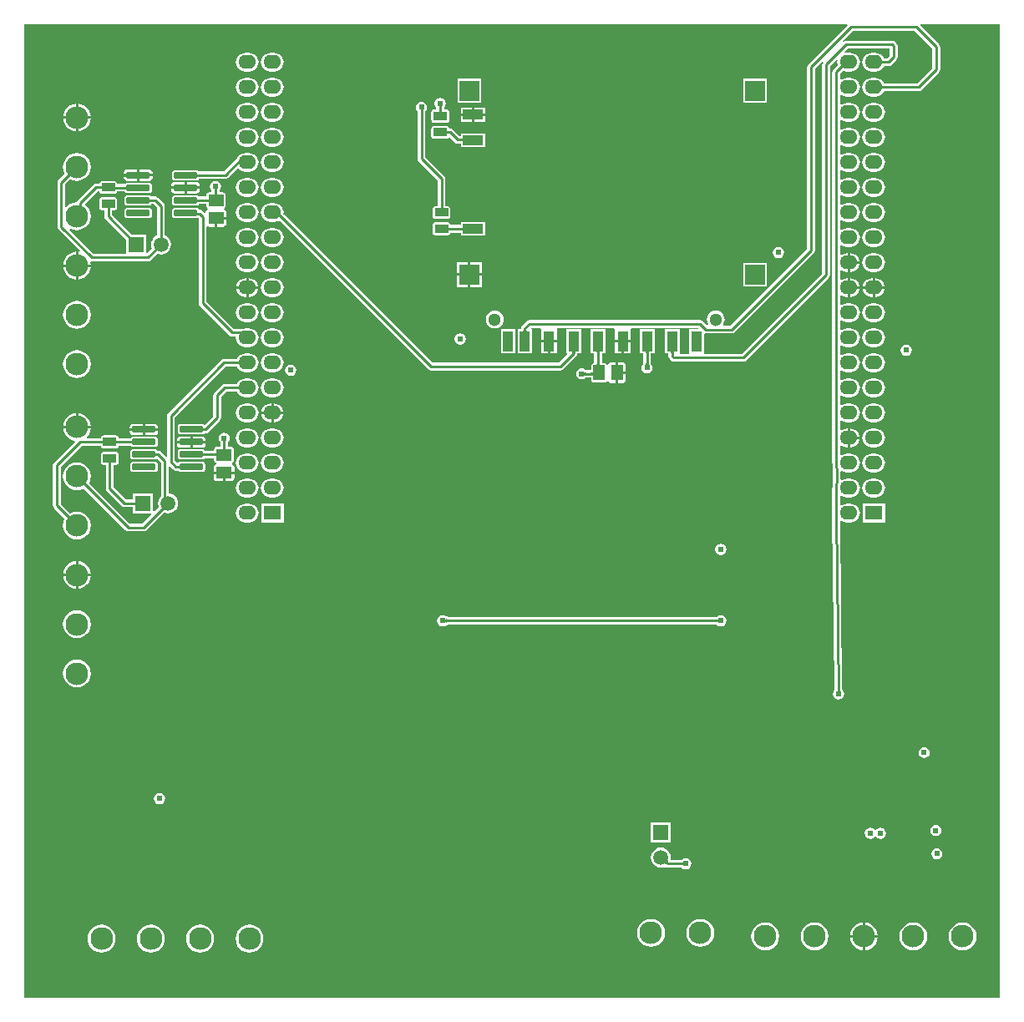
<source format=gbl>
G04*
G04 #@! TF.GenerationSoftware,Altium Limited,Altium Designer,21.2.1 (34)*
G04*
G04 Layer_Physical_Order=4*
G04 Layer_Color=16711680*
%FSLAX25Y25*%
%MOIN*%
G70*
G04*
G04 #@! TF.SameCoordinates,CFAE9ADB-8C4C-4AE2-92FD-0E6BA9E30242*
G04*
G04*
G04 #@! TF.FilePolarity,Positive*
G04*
G01*
G75*
%ADD15C,0.01000*%
G04:AMPARAMS|DCode=19|XSize=49.21mil|YSize=62.99mil|CornerRadius=4.92mil|HoleSize=0mil|Usage=FLASHONLY|Rotation=270.000|XOffset=0mil|YOffset=0mil|HoleType=Round|Shape=RoundedRectangle|*
%AMROUNDEDRECTD19*
21,1,0.04921,0.05315,0,0,270.0*
21,1,0.03937,0.06299,0,0,270.0*
1,1,0.00984,-0.02657,-0.01968*
1,1,0.00984,-0.02657,0.01968*
1,1,0.00984,0.02657,0.01968*
1,1,0.00984,0.02657,-0.01968*
%
%ADD19ROUNDEDRECTD19*%
G04:AMPARAMS|DCode=23|XSize=55.12mil|YSize=35.43mil|CornerRadius=2.66mil|HoleSize=0mil|Usage=FLASHONLY|Rotation=180.000|XOffset=0mil|YOffset=0mil|HoleType=Round|Shape=RoundedRectangle|*
%AMROUNDEDRECTD23*
21,1,0.05512,0.03012,0,0,180.0*
21,1,0.04980,0.03543,0,0,180.0*
1,1,0.00532,-0.02490,0.01506*
1,1,0.00532,0.02490,0.01506*
1,1,0.00532,0.02490,-0.01506*
1,1,0.00532,-0.02490,-0.01506*
%
%ADD23ROUNDEDRECTD23*%
G04:AMPARAMS|DCode=27|XSize=49.21mil|YSize=62.99mil|CornerRadius=4.92mil|HoleSize=0mil|Usage=FLASHONLY|Rotation=0.000|XOffset=0mil|YOffset=0mil|HoleType=Round|Shape=RoundedRectangle|*
%AMROUNDEDRECTD27*
21,1,0.04921,0.05315,0,0,0.0*
21,1,0.03937,0.06299,0,0,0.0*
1,1,0.00984,0.01968,-0.02657*
1,1,0.00984,-0.01968,-0.02657*
1,1,0.00984,-0.01968,0.02657*
1,1,0.00984,0.01968,0.02657*
%
%ADD27ROUNDEDRECTD27*%
%ADD48R,0.07000X0.05500*%
%ADD49O,0.07000X0.05500*%
%ADD50C,0.05118*%
%ADD51C,0.05906*%
%ADD52R,0.05906X0.05906*%
%ADD53C,0.09055*%
%ADD54R,0.05906X0.05906*%
%ADD55C,0.02400*%
%ADD56R,0.07874X0.07874*%
%ADD57R,0.07874X0.03937*%
%ADD58R,0.04331X0.07874*%
G04:AMPARAMS|DCode=59|XSize=24.61mil|YSize=93.5mil|CornerRadius=2.46mil|HoleSize=0mil|Usage=FLASHONLY|Rotation=90.000|XOffset=0mil|YOffset=0mil|HoleType=Round|Shape=RoundedRectangle|*
%AMROUNDEDRECTD59*
21,1,0.02461,0.08858,0,0,90.0*
21,1,0.01968,0.09350,0,0,90.0*
1,1,0.00492,0.04429,0.00984*
1,1,0.00492,0.04429,-0.00984*
1,1,0.00492,-0.04429,-0.00984*
1,1,0.00492,-0.04429,0.00984*
%
%ADD59ROUNDEDRECTD59*%
G36*
X525161Y466541D02*
X136041Y466541D01*
X136041Y855160D01*
X464290D01*
X464497Y854660D01*
X448919Y839081D01*
X448587Y838585D01*
X448471Y838000D01*
Y765433D01*
X417812Y734773D01*
X415098D01*
X414877Y735222D01*
X415097Y735508D01*
X415456Y736374D01*
X415578Y737303D01*
X415456Y738232D01*
X415097Y739098D01*
X414527Y739842D01*
X413783Y740412D01*
X412917Y740771D01*
X411988Y740893D01*
X411059Y740771D01*
X410193Y740412D01*
X409450Y739842D01*
X408879Y739098D01*
X408521Y738232D01*
X408398Y737303D01*
X408521Y736374D01*
X408854Y735569D01*
X408812Y735386D01*
X408616Y735030D01*
X408434Y735004D01*
X406856Y736581D01*
X406360Y736913D01*
X405775Y737029D01*
X337500D01*
X336915Y736913D01*
X336419Y736581D01*
X334726Y734889D01*
X334394Y734392D01*
X334278Y733807D01*
Y733415D01*
X334234Y733379D01*
X332842D01*
Y723905D01*
X338772D01*
Y733379D01*
X338697D01*
X338430Y733879D01*
X338491Y733971D01*
X341928D01*
X342189Y733579D01*
X342189Y733471D01*
Y729142D01*
X345354D01*
X348520D01*
Y733471D01*
X348520Y733579D01*
X348781Y733971D01*
X371456D01*
X371716Y733579D01*
X371716Y733471D01*
Y729142D01*
X374882D01*
X378047D01*
Y733471D01*
X378047Y733579D01*
X378308Y733971D01*
X404784D01*
X404845Y733879D01*
X404578Y733379D01*
X401444D01*
Y724029D01*
X401444Y723905D01*
X401143Y723529D01*
X397833D01*
X397532Y723905D01*
Y733379D01*
X391602D01*
Y723905D01*
X392994D01*
X393038Y723868D01*
Y722586D01*
X393154Y722001D01*
X393485Y721504D01*
X394071Y720919D01*
X394567Y720587D01*
X395153Y720471D01*
X423000D01*
X423585Y720587D01*
X424081Y720919D01*
X457081Y753919D01*
X457413Y754415D01*
X457529Y755000D01*
Y838367D01*
X460085Y840922D01*
X460558Y840688D01*
X460468Y840000D01*
X460597Y839021D01*
X460673Y838836D01*
X458919Y837082D01*
X458587Y836585D01*
X458471Y836000D01*
Y830789D01*
X458471Y830789D01*
Y680000D01*
X458450D01*
X458479Y679694D01*
X458489Y679507D01*
X458671Y676078D01*
Y673922D01*
X458489Y670493D01*
X458479Y670306D01*
X458450Y670000D01*
X458471D01*
Y660421D01*
X458467Y660000D01*
X458450Y660000D01*
X458460Y659925D01*
X458466Y659925D01*
X458477Y659502D01*
X458477Y659502D01*
X459385Y589359D01*
X459350Y589335D01*
X458863Y588607D01*
X458693Y587749D01*
X458863Y586890D01*
X459350Y586163D01*
X460077Y585676D01*
X460936Y585506D01*
X461794Y585676D01*
X462522Y586163D01*
X463008Y586890D01*
X463179Y587749D01*
X463008Y588607D01*
X462522Y589335D01*
X462444Y589387D01*
X461572Y656698D01*
X462069Y656947D01*
X462359Y656724D01*
X463271Y656347D01*
X464250Y656218D01*
X465750D01*
X466729Y656347D01*
X467641Y656724D01*
X468425Y657326D01*
X469026Y658109D01*
X469404Y659021D01*
X469532Y660000D01*
X469404Y660979D01*
X469026Y661891D01*
X468425Y662675D01*
X467641Y663276D01*
X466729Y663654D01*
X465750Y663782D01*
X464250D01*
X463271Y663654D01*
X462359Y663276D01*
X462029Y663023D01*
X461529Y663269D01*
Y666731D01*
X462029Y666977D01*
X462359Y666724D01*
X463271Y666347D01*
X464250Y666218D01*
X465750D01*
X466729Y666347D01*
X467641Y666724D01*
X468425Y667325D01*
X469026Y668109D01*
X469404Y669021D01*
X469532Y670000D01*
X469404Y670979D01*
X469026Y671891D01*
X468425Y672675D01*
X467641Y673276D01*
X466729Y673654D01*
X465750Y673782D01*
X464250D01*
X463271Y673654D01*
X462359Y673276D01*
X462146Y673112D01*
X461703Y673345D01*
X461727Y673801D01*
X461721Y673841D01*
X461729Y673882D01*
Y676118D01*
X461721Y676159D01*
X461727Y676199D01*
X461703Y676655D01*
X462146Y676888D01*
X462359Y676724D01*
X463271Y676346D01*
X464250Y676218D01*
X465750D01*
X466729Y676346D01*
X467641Y676724D01*
X468425Y677325D01*
X469026Y678109D01*
X469404Y679021D01*
X469532Y680000D01*
X469404Y680979D01*
X469026Y681891D01*
X468425Y682675D01*
X467641Y683276D01*
X466729Y683653D01*
X465750Y683782D01*
X464250D01*
X463271Y683653D01*
X462359Y683276D01*
X462029Y683023D01*
X461529Y683269D01*
Y686731D01*
X462029Y686977D01*
X462359Y686724D01*
X463271Y686346D01*
X464250Y686218D01*
X464500D01*
Y690000D01*
Y693782D01*
X464250D01*
X463271Y693653D01*
X462359Y693276D01*
X462029Y693023D01*
X461529Y693269D01*
Y696731D01*
X462029Y696977D01*
X462359Y696724D01*
X463271Y696347D01*
X464250Y696218D01*
X465750D01*
X466729Y696347D01*
X467641Y696724D01*
X468425Y697326D01*
X469026Y698109D01*
X469404Y699021D01*
X469532Y700000D01*
X469404Y700979D01*
X469026Y701891D01*
X468425Y702674D01*
X467641Y703276D01*
X466729Y703653D01*
X465750Y703782D01*
X464250D01*
X463271Y703653D01*
X462359Y703276D01*
X462029Y703023D01*
X461529Y703269D01*
Y706731D01*
X462029Y706977D01*
X462359Y706724D01*
X463271Y706347D01*
X464250Y706218D01*
X465750D01*
X466729Y706347D01*
X467641Y706724D01*
X468425Y707326D01*
X469026Y708109D01*
X469404Y709021D01*
X469532Y710000D01*
X469404Y710979D01*
X469026Y711891D01*
X468425Y712675D01*
X467641Y713276D01*
X466729Y713654D01*
X465750Y713782D01*
X464250D01*
X463271Y713654D01*
X462359Y713276D01*
X462029Y713023D01*
X461529Y713269D01*
Y716731D01*
X462029Y716977D01*
X462359Y716724D01*
X463271Y716347D01*
X464250Y716218D01*
X465750D01*
X466729Y716347D01*
X467641Y716724D01*
X468425Y717325D01*
X469026Y718109D01*
X469404Y719021D01*
X469532Y720000D01*
X469404Y720979D01*
X469026Y721891D01*
X468425Y722675D01*
X467641Y723276D01*
X466729Y723654D01*
X465750Y723782D01*
X464250D01*
X463271Y723654D01*
X462359Y723276D01*
X462029Y723023D01*
X461529Y723269D01*
Y726731D01*
X462029Y726977D01*
X462359Y726724D01*
X463271Y726346D01*
X464250Y726218D01*
X465750D01*
X466729Y726346D01*
X467641Y726724D01*
X468425Y727325D01*
X469026Y728109D01*
X469404Y729021D01*
X469532Y730000D01*
X469404Y730979D01*
X469026Y731891D01*
X468425Y732675D01*
X467641Y733276D01*
X466729Y733653D01*
X465750Y733782D01*
X464250D01*
X463271Y733653D01*
X462359Y733276D01*
X462029Y733023D01*
X461529Y733269D01*
Y736731D01*
X462029Y736977D01*
X462359Y736724D01*
X463271Y736346D01*
X464250Y736218D01*
X465750D01*
X466729Y736346D01*
X467641Y736724D01*
X468425Y737325D01*
X469026Y738109D01*
X469404Y739021D01*
X469532Y740000D01*
X469404Y740979D01*
X469026Y741891D01*
X468425Y742674D01*
X467641Y743276D01*
X466729Y743653D01*
X465750Y743782D01*
X464250D01*
X463271Y743653D01*
X462359Y743276D01*
X462029Y743023D01*
X461529Y743269D01*
Y746731D01*
X462029Y746977D01*
X462359Y746724D01*
X463271Y746347D01*
X464250Y746218D01*
X464500D01*
Y750000D01*
Y753782D01*
X464250D01*
X463271Y753653D01*
X462359Y753276D01*
X462029Y753023D01*
X461529Y753269D01*
Y756731D01*
X462029Y756977D01*
X462359Y756724D01*
X463271Y756347D01*
X464250Y756218D01*
X464500D01*
Y760000D01*
Y763782D01*
X464250D01*
X463271Y763654D01*
X462359Y763276D01*
X462029Y763023D01*
X461529Y763269D01*
Y766731D01*
X462029Y766977D01*
X462359Y766724D01*
X463271Y766347D01*
X464250Y766218D01*
X465750D01*
X466729Y766347D01*
X467641Y766724D01*
X468425Y767325D01*
X469026Y768109D01*
X469404Y769021D01*
X469532Y770000D01*
X469404Y770979D01*
X469026Y771891D01*
X468425Y772675D01*
X467641Y773276D01*
X466729Y773654D01*
X465750Y773782D01*
X464250D01*
X463271Y773654D01*
X462359Y773276D01*
X462029Y773023D01*
X461529Y773269D01*
Y776731D01*
X462029Y776977D01*
X462359Y776724D01*
X463271Y776346D01*
X464250Y776218D01*
X465750D01*
X466729Y776346D01*
X467641Y776724D01*
X468425Y777325D01*
X469026Y778109D01*
X469404Y779021D01*
X469532Y780000D01*
X469404Y780979D01*
X469026Y781891D01*
X468425Y782675D01*
X467641Y783276D01*
X466729Y783653D01*
X465750Y783782D01*
X464250D01*
X463271Y783653D01*
X462359Y783276D01*
X462029Y783023D01*
X461529Y783269D01*
Y786731D01*
X462029Y786977D01*
X462359Y786724D01*
X463271Y786346D01*
X464250Y786218D01*
X465750D01*
X466729Y786346D01*
X467641Y786724D01*
X468425Y787325D01*
X469026Y788109D01*
X469404Y789021D01*
X469532Y790000D01*
X469404Y790979D01*
X469026Y791891D01*
X468425Y792674D01*
X467641Y793276D01*
X466729Y793653D01*
X465750Y793782D01*
X464250D01*
X463271Y793653D01*
X462359Y793276D01*
X462029Y793023D01*
X461529Y793269D01*
Y796731D01*
X462029Y796977D01*
X462359Y796724D01*
X463271Y796347D01*
X464250Y796218D01*
X465750D01*
X466729Y796347D01*
X467641Y796724D01*
X468425Y797326D01*
X469026Y798109D01*
X469404Y799021D01*
X469532Y800000D01*
X469404Y800979D01*
X469026Y801891D01*
X468425Y802674D01*
X467641Y803276D01*
X466729Y803654D01*
X465750Y803782D01*
X464250D01*
X463271Y803654D01*
X462359Y803276D01*
X462029Y803023D01*
X461529Y803269D01*
Y806731D01*
X462029Y806977D01*
X462359Y806724D01*
X463271Y806347D01*
X464250Y806218D01*
X465750D01*
X466729Y806347D01*
X467641Y806724D01*
X468425Y807325D01*
X469026Y808109D01*
X469404Y809021D01*
X469532Y810000D01*
X469404Y810979D01*
X469026Y811891D01*
X468425Y812675D01*
X467641Y813276D01*
X466729Y813653D01*
X465750Y813782D01*
X464250D01*
X463271Y813653D01*
X462359Y813276D01*
X462029Y813023D01*
X461529Y813269D01*
Y816731D01*
X462029Y816977D01*
X462359Y816724D01*
X463271Y816346D01*
X464250Y816218D01*
X465750D01*
X466729Y816346D01*
X467641Y816724D01*
X468425Y817325D01*
X469026Y818109D01*
X469404Y819021D01*
X469532Y820000D01*
X469404Y820979D01*
X469026Y821891D01*
X468425Y822674D01*
X467641Y823276D01*
X466729Y823654D01*
X465750Y823782D01*
X464250D01*
X463271Y823654D01*
X462359Y823276D01*
X462029Y823023D01*
X461529Y823269D01*
Y826731D01*
X462029Y826977D01*
X462359Y826724D01*
X463271Y826346D01*
X464250Y826218D01*
X465750D01*
X466729Y826346D01*
X467641Y826724D01*
X468425Y827326D01*
X469026Y828109D01*
X469404Y829021D01*
X469532Y830000D01*
X469404Y830979D01*
X469026Y831891D01*
X468425Y832675D01*
X467641Y833276D01*
X466729Y833654D01*
X465750Y833782D01*
X464250D01*
X463271Y833654D01*
X462359Y833276D01*
X462029Y833023D01*
X461529Y833269D01*
Y835367D01*
X462733Y836570D01*
X463271Y836347D01*
X464250Y836218D01*
X465750D01*
X466729Y836347D01*
X467641Y836724D01*
X468425Y837325D01*
X469026Y838109D01*
X469404Y839021D01*
X469532Y840000D01*
X469404Y840979D01*
X469026Y841891D01*
X468425Y842675D01*
X467641Y843276D01*
X466729Y843653D01*
X465750Y843782D01*
X464250D01*
X463562Y843692D01*
X463328Y844165D01*
X464634Y845471D01*
X481471D01*
Y842634D01*
X480367Y841529D01*
X479176D01*
X479026Y841891D01*
X478425Y842675D01*
X477641Y843276D01*
X476729Y843653D01*
X475750Y843782D01*
X474250D01*
X473271Y843653D01*
X472359Y843276D01*
X471575Y842675D01*
X470974Y841891D01*
X470597Y840979D01*
X470468Y840000D01*
X470597Y839021D01*
X470974Y838109D01*
X471575Y837325D01*
X472359Y836724D01*
X473271Y836347D01*
X474250Y836218D01*
X475750D01*
X476729Y836347D01*
X477641Y836724D01*
X478425Y837325D01*
X479026Y838109D01*
X479176Y838471D01*
X481000D01*
X481585Y838587D01*
X482081Y838919D01*
X484081Y840919D01*
X484413Y841415D01*
X484529Y842000D01*
Y846414D01*
X484413Y846999D01*
X484081Y847496D01*
X483496Y848081D01*
X483000Y848413D01*
X482414Y848529D01*
X464000D01*
X463415Y848413D01*
X463018Y848148D01*
X462699Y848536D01*
X466634Y852471D01*
X491366D01*
X498471Y845366D01*
Y837634D01*
X492367Y831529D01*
X479176D01*
X479026Y831891D01*
X478425Y832675D01*
X477641Y833276D01*
X476729Y833654D01*
X475750Y833782D01*
X474250D01*
X473271Y833654D01*
X472359Y833276D01*
X471575Y832675D01*
X470974Y831891D01*
X470597Y830979D01*
X470468Y830000D01*
X470597Y829021D01*
X470974Y828109D01*
X471575Y827326D01*
X472359Y826724D01*
X473271Y826346D01*
X474250Y826218D01*
X475750D01*
X476729Y826346D01*
X477641Y826724D01*
X478425Y827326D01*
X479026Y828109D01*
X479176Y828471D01*
X493000D01*
X493585Y828587D01*
X494081Y828919D01*
X501081Y835919D01*
X501413Y836415D01*
X501529Y837000D01*
Y846000D01*
X501413Y846585D01*
X501081Y847081D01*
X493503Y854660D01*
X493710Y855160D01*
X525160D01*
X525161Y466541D01*
D02*
G37*
G36*
X336312Y733375D02*
X336327Y733202D01*
X336352Y733051D01*
X336387Y732919D01*
X336432Y732808D01*
X336487Y732717D01*
X336552Y732646D01*
X336627Y732595D01*
X336712Y732565D01*
X336807Y732555D01*
X334807D01*
X334902Y732565D01*
X334987Y732595D01*
X335062Y732646D01*
X335127Y732717D01*
X335182Y732808D01*
X335227Y732919D01*
X335262Y733051D01*
X335287Y733202D01*
X335302Y733375D01*
X335307Y733567D01*
X336307D01*
X336312Y733375D01*
D02*
G37*
G36*
X454852Y839982D02*
X454587Y839585D01*
X454471Y839000D01*
Y755633D01*
X422367Y723529D01*
X407676D01*
X407375Y723905D01*
X407375Y724029D01*
Y731335D01*
X407875Y731746D01*
X408031Y731715D01*
X418445D01*
X419030Y731831D01*
X419526Y732163D01*
X451081Y763718D01*
X451413Y764214D01*
X451529Y764799D01*
Y837366D01*
X454464Y840301D01*
X454852Y839982D01*
D02*
G37*
G36*
X395472Y724719D02*
X395387Y724688D01*
X395312Y724638D01*
X395247Y724567D01*
X395192Y724476D01*
X395147Y724364D01*
X395112Y724233D01*
X395087Y724081D01*
X395072Y723909D01*
X395067Y723717D01*
X394067D01*
X394062Y723909D01*
X394047Y724081D01*
X394022Y724233D01*
X393987Y724364D01*
X393942Y724476D01*
X393887Y724567D01*
X393822Y724638D01*
X393747Y724688D01*
X393662Y724719D01*
X393567Y724729D01*
X395567D01*
X395472Y724719D01*
D02*
G37*
%LPC*%
G36*
X235750Y843782D02*
X234250D01*
X233271Y843653D01*
X232359Y843276D01*
X231575Y842675D01*
X230974Y841891D01*
X230596Y840979D01*
X230468Y840000D01*
X230596Y839021D01*
X230974Y838109D01*
X231575Y837325D01*
X232359Y836724D01*
X233271Y836347D01*
X234250Y836218D01*
X235750D01*
X236729Y836347D01*
X237641Y836724D01*
X238424Y837325D01*
X239026Y838109D01*
X239404Y839021D01*
X239532Y840000D01*
X239404Y840979D01*
X239026Y841891D01*
X238424Y842675D01*
X237641Y843276D01*
X236729Y843653D01*
X235750Y843782D01*
D02*
G37*
G36*
X225750D02*
X224250D01*
X223271Y843653D01*
X222359Y843276D01*
X221575Y842675D01*
X220974Y841891D01*
X220597Y840979D01*
X220468Y840000D01*
X220597Y839021D01*
X220974Y838109D01*
X221575Y837325D01*
X222359Y836724D01*
X223271Y836347D01*
X224250Y836218D01*
X225750D01*
X226729Y836347D01*
X227641Y836724D01*
X228425Y837325D01*
X229026Y838109D01*
X229403Y839021D01*
X229532Y840000D01*
X229403Y840979D01*
X229026Y841891D01*
X228425Y842675D01*
X227641Y843276D01*
X226729Y843653D01*
X225750Y843782D01*
D02*
G37*
G36*
X235750Y833782D02*
X234250D01*
X233271Y833654D01*
X232359Y833276D01*
X231575Y832675D01*
X230974Y831891D01*
X230596Y830979D01*
X230468Y830000D01*
X230596Y829021D01*
X230974Y828109D01*
X231575Y827326D01*
X232359Y826724D01*
X233271Y826346D01*
X234250Y826218D01*
X235750D01*
X236729Y826346D01*
X237641Y826724D01*
X238424Y827326D01*
X239026Y828109D01*
X239404Y829021D01*
X239532Y830000D01*
X239404Y830979D01*
X239026Y831891D01*
X238424Y832675D01*
X237641Y833276D01*
X236729Y833654D01*
X235750Y833782D01*
D02*
G37*
G36*
X225750D02*
X224250D01*
X223271Y833654D01*
X222359Y833276D01*
X221575Y832675D01*
X220974Y831891D01*
X220597Y830979D01*
X220468Y830000D01*
X220597Y829021D01*
X220974Y828109D01*
X221575Y827326D01*
X222359Y826724D01*
X223271Y826346D01*
X224250Y826218D01*
X225750D01*
X226729Y826346D01*
X227641Y826724D01*
X228425Y827326D01*
X229026Y828109D01*
X229403Y829021D01*
X229532Y830000D01*
X229403Y830979D01*
X229026Y831891D01*
X228425Y832675D01*
X227641Y833276D01*
X226729Y833654D01*
X225750Y833782D01*
D02*
G37*
G36*
X432473Y833379D02*
X422999D01*
Y823905D01*
X432473D01*
Y833379D01*
D02*
G37*
G36*
X318300D02*
X308826D01*
Y823905D01*
X318300D01*
Y833379D01*
D02*
G37*
G36*
X320075Y821965D02*
X315638D01*
Y819496D01*
X320075D01*
Y821965D01*
D02*
G37*
G36*
X314638D02*
X310201D01*
Y819496D01*
X314638D01*
Y821965D01*
D02*
G37*
G36*
X157500Y823380D02*
Y818370D01*
X162509D01*
X162385Y819313D01*
X161828Y820658D01*
X160942Y821812D01*
X159788Y822698D01*
X158443Y823255D01*
X157500Y823380D01*
D02*
G37*
G36*
X156500D02*
X155557Y823255D01*
X154212Y822698D01*
X153058Y821812D01*
X152172Y820658D01*
X151615Y819313D01*
X151491Y818370D01*
X156500D01*
Y823380D01*
D02*
G37*
G36*
X475750Y823782D02*
X474250D01*
X473271Y823654D01*
X472359Y823276D01*
X471575Y822674D01*
X470974Y821891D01*
X470597Y820979D01*
X470468Y820000D01*
X470597Y819021D01*
X470974Y818109D01*
X471575Y817325D01*
X472359Y816724D01*
X473271Y816346D01*
X474250Y816218D01*
X475750D01*
X476729Y816346D01*
X477641Y816724D01*
X478425Y817325D01*
X479026Y818109D01*
X479403Y819021D01*
X479532Y820000D01*
X479403Y820979D01*
X479026Y821891D01*
X478425Y822674D01*
X477641Y823276D01*
X476729Y823654D01*
X475750Y823782D01*
D02*
G37*
G36*
X235750D02*
X234250D01*
X233271Y823654D01*
X232359Y823276D01*
X231575Y822674D01*
X230974Y821891D01*
X230596Y820979D01*
X230468Y820000D01*
X230596Y819021D01*
X230974Y818109D01*
X231575Y817325D01*
X232359Y816724D01*
X233271Y816346D01*
X234250Y816218D01*
X235750D01*
X236729Y816346D01*
X237641Y816724D01*
X238424Y817325D01*
X239026Y818109D01*
X239404Y819021D01*
X239532Y820000D01*
X239404Y820979D01*
X239026Y821891D01*
X238424Y822674D01*
X237641Y823276D01*
X236729Y823654D01*
X235750Y823782D01*
D02*
G37*
G36*
X225750D02*
X224250D01*
X223271Y823654D01*
X222359Y823276D01*
X221575Y822674D01*
X220974Y821891D01*
X220597Y820979D01*
X220468Y820000D01*
X220597Y819021D01*
X220974Y818109D01*
X221575Y817325D01*
X222359Y816724D01*
X223271Y816346D01*
X224250Y816218D01*
X225750D01*
X226729Y816346D01*
X227641Y816724D01*
X228425Y817325D01*
X229026Y818109D01*
X229403Y819021D01*
X229532Y820000D01*
X229403Y820979D01*
X229026Y821891D01*
X228425Y822674D01*
X227641Y823276D01*
X226729Y823654D01*
X225750Y823782D01*
D02*
G37*
G36*
X320075Y818496D02*
X315638D01*
Y816028D01*
X320075D01*
Y818496D01*
D02*
G37*
G36*
X314638D02*
X310201D01*
Y816028D01*
X314638D01*
Y818496D01*
D02*
G37*
G36*
X302000Y825739D02*
X301142Y825568D01*
X300414Y825082D01*
X299928Y824354D01*
X299757Y823496D01*
X299928Y822638D01*
X300414Y821910D01*
X300471Y821872D01*
Y821089D01*
X299510D01*
X299094Y821006D01*
X298742Y820770D01*
X298506Y820418D01*
X298423Y820002D01*
Y816990D01*
X298506Y816574D01*
X298742Y816222D01*
X299094Y815986D01*
X299510Y815903D01*
X304490D01*
X304906Y815986D01*
X305258Y816222D01*
X305494Y816574D01*
X305577Y816990D01*
Y820002D01*
X305494Y820418D01*
X305258Y820770D01*
X304906Y821006D01*
X304490Y821089D01*
X303529D01*
Y821872D01*
X303586Y821910D01*
X304072Y822638D01*
X304243Y823496D01*
X304072Y824354D01*
X303586Y825082D01*
X302858Y825568D01*
X302000Y825739D01*
D02*
G37*
G36*
X162509Y817370D02*
X157500D01*
Y812361D01*
X158443Y812485D01*
X159788Y813042D01*
X160942Y813928D01*
X161828Y815082D01*
X162385Y816427D01*
X162509Y817370D01*
D02*
G37*
G36*
X156500D02*
X151491D01*
X151615Y816427D01*
X152172Y815082D01*
X153058Y813928D01*
X154212Y813042D01*
X155557Y812485D01*
X156500Y812361D01*
Y817370D01*
D02*
G37*
G36*
X475750Y813782D02*
X474250D01*
X473271Y813653D01*
X472359Y813276D01*
X471575Y812675D01*
X470974Y811891D01*
X470597Y810979D01*
X470468Y810000D01*
X470597Y809021D01*
X470974Y808109D01*
X471575Y807325D01*
X472359Y806724D01*
X473271Y806347D01*
X474250Y806218D01*
X475750D01*
X476729Y806347D01*
X477641Y806724D01*
X478425Y807325D01*
X479026Y808109D01*
X479403Y809021D01*
X479532Y810000D01*
X479403Y810979D01*
X479026Y811891D01*
X478425Y812675D01*
X477641Y813276D01*
X476729Y813653D01*
X475750Y813782D01*
D02*
G37*
G36*
X235750D02*
X234250D01*
X233271Y813653D01*
X232359Y813276D01*
X231575Y812675D01*
X230974Y811891D01*
X230596Y810979D01*
X230468Y810000D01*
X230596Y809021D01*
X230974Y808109D01*
X231575Y807325D01*
X232359Y806724D01*
X233271Y806347D01*
X234250Y806218D01*
X235750D01*
X236729Y806347D01*
X237641Y806724D01*
X238424Y807325D01*
X239026Y808109D01*
X239404Y809021D01*
X239532Y810000D01*
X239404Y810979D01*
X239026Y811891D01*
X238424Y812675D01*
X237641Y813276D01*
X236729Y813653D01*
X235750Y813782D01*
D02*
G37*
G36*
X225750D02*
X224250D01*
X223271Y813653D01*
X222359Y813276D01*
X221575Y812675D01*
X220974Y811891D01*
X220597Y810979D01*
X220468Y810000D01*
X220597Y809021D01*
X220974Y808109D01*
X221575Y807325D01*
X222359Y806724D01*
X223271Y806347D01*
X224250Y806218D01*
X225750D01*
X226729Y806347D01*
X227641Y806724D01*
X228425Y807325D01*
X229026Y808109D01*
X229403Y809021D01*
X229532Y810000D01*
X229403Y810979D01*
X229026Y811891D01*
X228425Y812675D01*
X227641Y813276D01*
X226729Y813653D01*
X225750Y813782D01*
D02*
G37*
G36*
X304490Y814592D02*
X299510D01*
X299094Y814510D01*
X298742Y814274D01*
X298506Y813922D01*
X298423Y813506D01*
Y810494D01*
X298506Y810078D01*
X298742Y809726D01*
X299094Y809490D01*
X299510Y809408D01*
X304490D01*
X304906Y809490D01*
X305258Y809726D01*
X305317Y809813D01*
X305931Y809906D01*
X307919Y807919D01*
X308415Y807587D01*
X309000Y807471D01*
X310401D01*
Y805991D01*
X319875D01*
Y811528D01*
X310401D01*
Y810529D01*
X309633D01*
X307081Y813081D01*
X306585Y813413D01*
X306000Y813529D01*
X305572D01*
X305494Y813922D01*
X305258Y814274D01*
X304906Y814510D01*
X304490Y814592D01*
D02*
G37*
G36*
X475750Y803782D02*
X474250D01*
X473271Y803654D01*
X472359Y803276D01*
X471575Y802674D01*
X470974Y801891D01*
X470597Y800979D01*
X470468Y800000D01*
X470597Y799021D01*
X470974Y798109D01*
X471575Y797326D01*
X472359Y796724D01*
X473271Y796347D01*
X474250Y796218D01*
X475750D01*
X476729Y796347D01*
X477641Y796724D01*
X478425Y797326D01*
X479026Y798109D01*
X479403Y799021D01*
X479532Y800000D01*
X479403Y800979D01*
X479026Y801891D01*
X478425Y802674D01*
X477641Y803276D01*
X476729Y803654D01*
X475750Y803782D01*
D02*
G37*
G36*
X235750D02*
X234250D01*
X233271Y803654D01*
X232359Y803276D01*
X231575Y802674D01*
X230974Y801891D01*
X230596Y800979D01*
X230468Y800000D01*
X230596Y799021D01*
X230974Y798109D01*
X231575Y797326D01*
X232359Y796724D01*
X233271Y796347D01*
X234250Y796218D01*
X235750D01*
X236729Y796347D01*
X237641Y796724D01*
X238424Y797326D01*
X239026Y798109D01*
X239404Y799021D01*
X239532Y800000D01*
X239404Y800979D01*
X239026Y801891D01*
X238424Y802674D01*
X237641Y803276D01*
X236729Y803654D01*
X235750Y803782D01*
D02*
G37*
G36*
X225750D02*
X224250D01*
X223271Y803654D01*
X222714Y803423D01*
X222665Y803413D01*
X222623Y803385D01*
X222359Y803276D01*
X221575Y802674D01*
X220974Y801891D01*
X220972Y801884D01*
X215516Y796429D01*
X205672D01*
X205532Y796638D01*
X205186Y796870D01*
X204778Y796951D01*
X195920D01*
X195511Y796870D01*
X195166Y796638D01*
X194934Y796292D01*
X194853Y795884D01*
Y793916D01*
X194934Y793508D01*
X195166Y793162D01*
X195511Y792930D01*
X195920Y792849D01*
X204778D01*
X205186Y792930D01*
X205532Y793162D01*
X205672Y793371D01*
X216150D01*
X216735Y793487D01*
X217231Y793819D01*
X220944Y797531D01*
X221443Y797498D01*
X221575Y797326D01*
X222359Y796724D01*
X223271Y796347D01*
X224250Y796218D01*
X225750D01*
X226729Y796347D01*
X227641Y796724D01*
X228425Y797326D01*
X229026Y798109D01*
X229403Y799021D01*
X229532Y800000D01*
X229403Y800979D01*
X229026Y801891D01*
X228425Y802674D01*
X227641Y803276D01*
X226729Y803654D01*
X225750Y803782D01*
D02*
G37*
G36*
X185880Y797155D02*
X181951D01*
Y795400D01*
X187151D01*
Y795884D01*
X187054Y796370D01*
X186779Y796783D01*
X186366Y797058D01*
X185880Y797155D01*
D02*
G37*
G36*
X180951D02*
X177022D01*
X176536Y797058D01*
X176124Y796783D01*
X175848Y796370D01*
X175752Y795884D01*
Y795400D01*
X180951D01*
Y797155D01*
D02*
G37*
G36*
X187151Y794400D02*
X181951D01*
Y792645D01*
X185880D01*
X186366Y792742D01*
X186779Y793017D01*
X187054Y793430D01*
X187151Y793916D01*
Y794400D01*
D02*
G37*
G36*
X180951D02*
X175752D01*
Y793916D01*
X175848Y793430D01*
X176124Y793017D01*
X176536Y792742D01*
X177022Y792645D01*
X180951D01*
Y794400D01*
D02*
G37*
G36*
X157000Y803760D02*
X155557Y803570D01*
X154212Y803013D01*
X153058Y802127D01*
X152172Y800973D01*
X151615Y799628D01*
X151425Y798185D01*
X151615Y796742D01*
X152136Y795484D01*
X149719Y793067D01*
X149387Y792570D01*
X149271Y791985D01*
Y774300D01*
X149387Y773715D01*
X149719Y773219D01*
X158201Y764737D01*
X157967Y764263D01*
X157500Y764324D01*
Y759315D01*
X162509D01*
X162406Y760104D01*
X162677Y760441D01*
X162815Y760527D01*
X163100Y760471D01*
X185300D01*
X185885Y760587D01*
X186381Y760919D01*
X189104Y763641D01*
X189568Y763449D01*
X190600Y763313D01*
X191632Y763449D01*
X192593Y763847D01*
X193419Y764481D01*
X194053Y765307D01*
X194451Y766268D01*
X194587Y767300D01*
X194451Y768332D01*
X194053Y769293D01*
X193419Y770119D01*
X192593Y770753D01*
X192129Y770945D01*
Y782600D01*
X192013Y783185D01*
X191681Y783681D01*
X189381Y785981D01*
X188885Y786313D01*
X188300Y786429D01*
X186774D01*
X186635Y786638D01*
X186288Y786870D01*
X185880Y786951D01*
X177022D01*
X176614Y786870D01*
X176268Y786638D01*
X176037Y786292D01*
X175955Y785884D01*
Y783916D01*
X176037Y783508D01*
X176268Y783162D01*
X176614Y782930D01*
X177022Y782849D01*
X185880D01*
X186288Y782930D01*
X186635Y783162D01*
X186774Y783371D01*
X187666D01*
X189071Y781966D01*
Y770945D01*
X188607Y770753D01*
X187781Y770119D01*
X187147Y769293D01*
X186749Y768332D01*
X186613Y767300D01*
X186749Y766268D01*
X186941Y765804D01*
X185053Y763916D01*
X184553Y764123D01*
Y771253D01*
X178810D01*
X171029Y779034D01*
Y780911D01*
X171990D01*
X172406Y780994D01*
X172758Y781230D01*
X172994Y781582D01*
X173077Y781998D01*
Y785010D01*
X172994Y785426D01*
X172758Y785778D01*
X172406Y786014D01*
X171990Y786096D01*
X167010D01*
X166594Y786014D01*
X166242Y785778D01*
X166006Y785426D01*
X165923Y785010D01*
Y781998D01*
X166006Y781582D01*
X166242Y781230D01*
X166594Y780994D01*
X167010Y780911D01*
X167971D01*
Y778400D01*
X168087Y777815D01*
X168419Y777319D01*
X176647Y769090D01*
Y763529D01*
X163733D01*
X154076Y773187D01*
X154359Y773611D01*
X155557Y773115D01*
X157000Y772925D01*
X158443Y773115D01*
X159788Y773672D01*
X160942Y774558D01*
X161828Y775712D01*
X162385Y777057D01*
X162575Y778500D01*
X162385Y779943D01*
X161828Y781288D01*
X160942Y782442D01*
X160317Y782922D01*
X160284Y783421D01*
X165333Y788471D01*
X165928D01*
X166006Y788078D01*
X166242Y787726D01*
X166594Y787490D01*
X167010Y787407D01*
X171990D01*
X172406Y787490D01*
X172758Y787726D01*
X172994Y788078D01*
X173052Y788371D01*
X176128D01*
X176268Y788162D01*
X176614Y787930D01*
X177022Y787849D01*
X185880D01*
X186288Y787930D01*
X186635Y788162D01*
X186866Y788508D01*
X186947Y788916D01*
Y790884D01*
X186866Y791292D01*
X186635Y791638D01*
X186288Y791870D01*
X185880Y791951D01*
X177022D01*
X176614Y791870D01*
X176268Y791638D01*
X176128Y791429D01*
X173077D01*
Y791506D01*
X172994Y791922D01*
X172758Y792274D01*
X172406Y792510D01*
X171990Y792592D01*
X167010D01*
X166594Y792510D01*
X166242Y792274D01*
X166006Y791922D01*
X165928Y791529D01*
X164700D01*
X164115Y791413D01*
X163619Y791081D01*
X157281Y784744D01*
X156949Y784247D01*
X156913Y784064D01*
X155557Y783885D01*
X154212Y783328D01*
X153058Y782442D01*
X152803Y782110D01*
X152329Y782271D01*
Y791352D01*
X154299Y793321D01*
X155557Y792800D01*
X157000Y792610D01*
X158443Y792800D01*
X159788Y793357D01*
X160942Y794243D01*
X161828Y795397D01*
X162385Y796742D01*
X162575Y798185D01*
X162385Y799628D01*
X161828Y800973D01*
X160942Y802127D01*
X159788Y803013D01*
X158443Y803570D01*
X157000Y803760D01*
D02*
G37*
G36*
X204778Y792155D02*
X200849D01*
Y790400D01*
X206048D01*
Y790884D01*
X205952Y791370D01*
X205676Y791783D01*
X205264Y792058D01*
X204778Y792155D01*
D02*
G37*
G36*
X199849D02*
X195920D01*
X195433Y792058D01*
X195021Y791783D01*
X194746Y791370D01*
X194649Y790884D01*
Y790400D01*
X199849D01*
Y792155D01*
D02*
G37*
G36*
X206048Y789400D02*
X200849D01*
Y787645D01*
X204778D01*
X205264Y787742D01*
X205676Y788017D01*
X205952Y788430D01*
X206048Y788916D01*
Y789400D01*
D02*
G37*
G36*
X199849D02*
X194649D01*
Y788916D01*
X194746Y788430D01*
X195021Y788017D01*
X195433Y787742D01*
X195920Y787645D01*
X199849D01*
Y789400D01*
D02*
G37*
G36*
X212300Y792643D02*
X211442Y792472D01*
X210714Y791986D01*
X210228Y791258D01*
X210057Y790400D01*
X210228Y789542D01*
X210714Y788814D01*
X210771Y788776D01*
Y788086D01*
X209842D01*
X209338Y787986D01*
X208911Y787700D01*
X208625Y787273D01*
X208525Y786768D01*
Y786429D01*
X205672D01*
X205532Y786638D01*
X205186Y786870D01*
X204778Y786951D01*
X195920D01*
X195511Y786870D01*
X195166Y786638D01*
X194934Y786292D01*
X194853Y785884D01*
Y783916D01*
X194934Y783508D01*
X195166Y783162D01*
X195511Y782930D01*
X195920Y782849D01*
X204778D01*
X205186Y782930D01*
X205532Y783162D01*
X205672Y783371D01*
X208525D01*
Y782831D01*
X208625Y782327D01*
X208911Y781900D01*
X209295Y781643D01*
X209312Y781454D01*
X209253Y781122D01*
X208767Y780797D01*
X208437Y780303D01*
X208376Y779994D01*
X207833Y779830D01*
X206981Y780681D01*
X206485Y781013D01*
X205900Y781129D01*
X205796D01*
X205763Y781292D01*
X205532Y781638D01*
X205186Y781870D01*
X204778Y781951D01*
X195920D01*
X195511Y781870D01*
X195166Y781638D01*
X194934Y781292D01*
X194853Y780884D01*
Y778916D01*
X194934Y778508D01*
X195166Y778162D01*
X195511Y777930D01*
X195920Y777849D01*
X204778D01*
X205186Y777930D01*
X205318Y778019D01*
X205671Y777667D01*
Y743800D01*
X205787Y743215D01*
X206119Y742719D01*
X217919Y730919D01*
X218415Y730587D01*
X219000Y730471D01*
X220150D01*
X220480Y730095D01*
X220468Y730000D01*
X220597Y729021D01*
X220974Y728109D01*
X221575Y727325D01*
X222359Y726724D01*
X223271Y726346D01*
X224250Y726218D01*
X225750D01*
X226729Y726346D01*
X227641Y726724D01*
X228425Y727325D01*
X229026Y728109D01*
X229403Y729021D01*
X229532Y730000D01*
X229403Y730979D01*
X229026Y731891D01*
X228425Y732675D01*
X227641Y733276D01*
X226729Y733653D01*
X225750Y733782D01*
X224250D01*
X223271Y733653D01*
X222972Y733529D01*
X219634D01*
X208729Y744433D01*
Y774132D01*
X209229Y774399D01*
X209260Y774379D01*
X209842Y774263D01*
X212000D01*
Y777753D01*
X212500D01*
Y778253D01*
X216679D01*
Y779721D01*
X216563Y780303D01*
X216233Y780797D01*
X215747Y781122D01*
X215688Y781454D01*
X215705Y781643D01*
X216089Y781900D01*
X216375Y782327D01*
X216475Y782831D01*
Y786768D01*
X216375Y787273D01*
X216089Y787700D01*
X215662Y787986D01*
X215158Y788086D01*
X213829D01*
Y788776D01*
X213886Y788814D01*
X214372Y789542D01*
X214543Y790400D01*
X214372Y791258D01*
X213886Y791986D01*
X213158Y792472D01*
X212300Y792643D01*
D02*
G37*
G36*
X475750Y793782D02*
X474250D01*
X473271Y793653D01*
X472359Y793276D01*
X471575Y792674D01*
X470974Y791891D01*
X470597Y790979D01*
X470468Y790000D01*
X470597Y789021D01*
X470974Y788109D01*
X471575Y787325D01*
X472359Y786724D01*
X473271Y786346D01*
X474250Y786218D01*
X475750D01*
X476729Y786346D01*
X477641Y786724D01*
X478425Y787325D01*
X479026Y788109D01*
X479403Y789021D01*
X479532Y790000D01*
X479403Y790979D01*
X479026Y791891D01*
X478425Y792674D01*
X477641Y793276D01*
X476729Y793653D01*
X475750Y793782D01*
D02*
G37*
G36*
X235750D02*
X234250D01*
X233271Y793653D01*
X232359Y793276D01*
X231575Y792674D01*
X230974Y791891D01*
X230596Y790979D01*
X230468Y790000D01*
X230596Y789021D01*
X230974Y788109D01*
X231575Y787325D01*
X232359Y786724D01*
X233271Y786346D01*
X234250Y786218D01*
X235750D01*
X236729Y786346D01*
X237641Y786724D01*
X238424Y787325D01*
X239026Y788109D01*
X239404Y789021D01*
X239532Y790000D01*
X239404Y790979D01*
X239026Y791891D01*
X238424Y792674D01*
X237641Y793276D01*
X236729Y793653D01*
X235750Y793782D01*
D02*
G37*
G36*
X225750D02*
X224250D01*
X223271Y793653D01*
X222359Y793276D01*
X221575Y792674D01*
X220974Y791891D01*
X220597Y790979D01*
X220468Y790000D01*
X220597Y789021D01*
X220974Y788109D01*
X221575Y787325D01*
X222359Y786724D01*
X223271Y786346D01*
X224250Y786218D01*
X225750D01*
X226729Y786346D01*
X227641Y786724D01*
X228425Y787325D01*
X229026Y788109D01*
X229403Y789021D01*
X229532Y790000D01*
X229403Y790979D01*
X229026Y791891D01*
X228425Y792674D01*
X227641Y793276D01*
X226729Y793653D01*
X225750Y793782D01*
D02*
G37*
G36*
X185880Y781951D02*
X177022D01*
X176614Y781870D01*
X176268Y781638D01*
X176037Y781292D01*
X175955Y780884D01*
Y778916D01*
X176037Y778508D01*
X176268Y778162D01*
X176614Y777930D01*
X177022Y777849D01*
X185880D01*
X186288Y777930D01*
X186635Y778162D01*
X186866Y778508D01*
X186947Y778916D01*
Y780884D01*
X186866Y781292D01*
X186635Y781638D01*
X186288Y781870D01*
X185880Y781951D01*
D02*
G37*
G36*
X294500Y824243D02*
X293642Y824072D01*
X292914Y823586D01*
X292428Y822858D01*
X292257Y822000D01*
X292428Y821142D01*
X292914Y820414D01*
X292971Y820376D01*
Y801500D01*
X293087Y800915D01*
X293419Y800419D01*
X300971Y792867D01*
Y782592D01*
X300010D01*
X299594Y782510D01*
X299241Y782274D01*
X299006Y781922D01*
X298923Y781506D01*
Y778494D01*
X299006Y778078D01*
X299241Y777726D01*
X299594Y777490D01*
X300010Y777408D01*
X304990D01*
X305406Y777490D01*
X305759Y777726D01*
X305994Y778078D01*
X306077Y778494D01*
Y781506D01*
X305994Y781922D01*
X305759Y782274D01*
X305406Y782510D01*
X304990Y782592D01*
X304029D01*
Y793500D01*
X303913Y794085D01*
X303581Y794581D01*
X296029Y802133D01*
Y820376D01*
X296086Y820414D01*
X296572Y821142D01*
X296743Y822000D01*
X296572Y822858D01*
X296086Y823586D01*
X295358Y824072D01*
X294500Y824243D01*
D02*
G37*
G36*
X475750Y783782D02*
X474250D01*
X473271Y783653D01*
X472359Y783276D01*
X471575Y782675D01*
X470974Y781891D01*
X470597Y780979D01*
X470468Y780000D01*
X470597Y779021D01*
X470974Y778109D01*
X471575Y777325D01*
X472359Y776724D01*
X473271Y776346D01*
X474250Y776218D01*
X475750D01*
X476729Y776346D01*
X477641Y776724D01*
X478425Y777325D01*
X479026Y778109D01*
X479403Y779021D01*
X479532Y780000D01*
X479403Y780979D01*
X479026Y781891D01*
X478425Y782675D01*
X477641Y783276D01*
X476729Y783653D01*
X475750Y783782D01*
D02*
G37*
G36*
X225750D02*
X224250D01*
X223271Y783653D01*
X222359Y783276D01*
X221575Y782675D01*
X220974Y781891D01*
X220597Y780979D01*
X220468Y780000D01*
X220597Y779021D01*
X220974Y778109D01*
X221575Y777325D01*
X222359Y776724D01*
X223271Y776346D01*
X224250Y776218D01*
X225750D01*
X226729Y776346D01*
X227641Y776724D01*
X228425Y777325D01*
X229026Y778109D01*
X229403Y779021D01*
X229532Y780000D01*
X229403Y780979D01*
X229026Y781891D01*
X228425Y782675D01*
X227641Y783276D01*
X226729Y783653D01*
X225750Y783782D01*
D02*
G37*
G36*
X319875Y776292D02*
X310401D01*
Y775033D01*
X306072D01*
X305994Y775426D01*
X305759Y775778D01*
X305406Y776014D01*
X304990Y776096D01*
X300010D01*
X299594Y776014D01*
X299241Y775778D01*
X299006Y775426D01*
X298923Y775010D01*
Y771998D01*
X299006Y771582D01*
X299241Y771230D01*
X299594Y770994D01*
X300010Y770911D01*
X304990D01*
X305406Y770994D01*
X305759Y771230D01*
X305994Y771582D01*
X306072Y771975D01*
X310401D01*
Y770755D01*
X319875D01*
Y776292D01*
D02*
G37*
G36*
X216679Y777253D02*
X213000D01*
Y774263D01*
X215158D01*
X215740Y774379D01*
X216233Y774709D01*
X216563Y775202D01*
X216679Y775784D01*
Y777253D01*
D02*
G37*
G36*
X475750Y773782D02*
X474250D01*
X473271Y773654D01*
X472359Y773276D01*
X471575Y772675D01*
X470974Y771891D01*
X470597Y770979D01*
X470468Y770000D01*
X470597Y769021D01*
X470974Y768109D01*
X471575Y767325D01*
X472359Y766724D01*
X473271Y766347D01*
X474250Y766218D01*
X475750D01*
X476729Y766347D01*
X477641Y766724D01*
X478425Y767325D01*
X479026Y768109D01*
X479403Y769021D01*
X479532Y770000D01*
X479403Y770979D01*
X479026Y771891D01*
X478425Y772675D01*
X477641Y773276D01*
X476729Y773654D01*
X475750Y773782D01*
D02*
G37*
G36*
X235750D02*
X234250D01*
X233271Y773654D01*
X232359Y773276D01*
X231575Y772675D01*
X230974Y771891D01*
X230596Y770979D01*
X230468Y770000D01*
X230596Y769021D01*
X230974Y768109D01*
X231575Y767325D01*
X232359Y766724D01*
X233271Y766347D01*
X234250Y766218D01*
X235750D01*
X236729Y766347D01*
X237641Y766724D01*
X238424Y767325D01*
X239026Y768109D01*
X239404Y769021D01*
X239532Y770000D01*
X239404Y770979D01*
X239026Y771891D01*
X238424Y772675D01*
X237641Y773276D01*
X236729Y773654D01*
X235750Y773782D01*
D02*
G37*
G36*
X225750D02*
X224250D01*
X223271Y773654D01*
X222359Y773276D01*
X221575Y772675D01*
X220974Y771891D01*
X220597Y770979D01*
X220468Y770000D01*
X220597Y769021D01*
X220974Y768109D01*
X221575Y767325D01*
X222359Y766724D01*
X223271Y766347D01*
X224250Y766218D01*
X225750D01*
X226729Y766347D01*
X227641Y766724D01*
X228425Y767325D01*
X229026Y768109D01*
X229403Y769021D01*
X229532Y770000D01*
X229403Y770979D01*
X229026Y771891D01*
X228425Y772675D01*
X227641Y773276D01*
X226729Y773654D01*
X225750Y773782D01*
D02*
G37*
G36*
X437000Y766243D02*
X436142Y766072D01*
X435414Y765586D01*
X434928Y764858D01*
X434757Y764000D01*
X434928Y763142D01*
X435414Y762414D01*
X436142Y761928D01*
X437000Y761757D01*
X437858Y761928D01*
X438586Y762414D01*
X439072Y763142D01*
X439243Y764000D01*
X439072Y764858D01*
X438586Y765586D01*
X437858Y766072D01*
X437000Y766243D01*
D02*
G37*
G36*
X465750Y763782D02*
X465500D01*
Y760500D01*
X469466D01*
X469404Y760979D01*
X469026Y761891D01*
X468425Y762675D01*
X467641Y763276D01*
X466729Y763654D01*
X465750Y763782D01*
D02*
G37*
G36*
X156500Y764324D02*
X155557Y764200D01*
X154212Y763643D01*
X153058Y762757D01*
X152172Y761603D01*
X151615Y760258D01*
X151491Y759315D01*
X156500D01*
Y764324D01*
D02*
G37*
G36*
X475750Y763782D02*
X474250D01*
X473271Y763654D01*
X472359Y763276D01*
X471575Y762675D01*
X470974Y761891D01*
X470597Y760979D01*
X470468Y760000D01*
X470597Y759021D01*
X470974Y758109D01*
X471575Y757326D01*
X472359Y756724D01*
X473271Y756347D01*
X474250Y756218D01*
X475750D01*
X476729Y756347D01*
X477641Y756724D01*
X478425Y757326D01*
X479026Y758109D01*
X479403Y759021D01*
X479532Y760000D01*
X479403Y760979D01*
X479026Y761891D01*
X478425Y762675D01*
X477641Y763276D01*
X476729Y763654D01*
X475750Y763782D01*
D02*
G37*
G36*
X469466Y759500D02*
X465500D01*
Y756218D01*
X465750D01*
X466729Y756347D01*
X467641Y756724D01*
X468425Y757326D01*
X469026Y758109D01*
X469404Y759021D01*
X469466Y759500D01*
D02*
G37*
G36*
X235750Y763782D02*
X234250D01*
X233271Y763654D01*
X232359Y763276D01*
X231575Y762675D01*
X230974Y761891D01*
X230596Y760979D01*
X230468Y760000D01*
X230596Y759021D01*
X230974Y758109D01*
X231575Y757326D01*
X232359Y756724D01*
X233271Y756347D01*
X234250Y756218D01*
X235750D01*
X236729Y756347D01*
X237641Y756724D01*
X238424Y757326D01*
X239026Y758109D01*
X239404Y759021D01*
X239532Y760000D01*
X239404Y760979D01*
X239026Y761891D01*
X238424Y762675D01*
X237641Y763276D01*
X236729Y763654D01*
X235750Y763782D01*
D02*
G37*
G36*
X225750D02*
X224250D01*
X223271Y763654D01*
X222359Y763276D01*
X221575Y762675D01*
X220974Y761891D01*
X220597Y760979D01*
X220468Y760000D01*
X220597Y759021D01*
X220974Y758109D01*
X221575Y757326D01*
X222359Y756724D01*
X223271Y756347D01*
X224250Y756218D01*
X225750D01*
X226729Y756347D01*
X227641Y756724D01*
X228425Y757326D01*
X229026Y758109D01*
X229403Y759021D01*
X229532Y760000D01*
X229403Y760979D01*
X229026Y761891D01*
X228425Y762675D01*
X227641Y763276D01*
X226729Y763654D01*
X225750Y763782D01*
D02*
G37*
G36*
X318500Y760153D02*
X314063D01*
Y755717D01*
X318500D01*
Y760153D01*
D02*
G37*
G36*
X313063D02*
X308626D01*
Y755717D01*
X313063D01*
Y760153D01*
D02*
G37*
G36*
X162509Y758315D02*
X157500D01*
Y753305D01*
X158443Y753430D01*
X159788Y753987D01*
X160942Y754873D01*
X161828Y756027D01*
X162385Y757372D01*
X162509Y758315D01*
D02*
G37*
G36*
X156500D02*
X151491D01*
X151615Y757372D01*
X152172Y756027D01*
X153058Y754873D01*
X154212Y753987D01*
X155557Y753430D01*
X156500Y753305D01*
Y758315D01*
D02*
G37*
G36*
X475750Y753782D02*
X475500D01*
Y750500D01*
X479466D01*
X479403Y750979D01*
X479026Y751891D01*
X478425Y752674D01*
X477641Y753276D01*
X476729Y753653D01*
X475750Y753782D01*
D02*
G37*
G36*
X465750D02*
X465500D01*
Y750500D01*
X469466D01*
X469404Y750979D01*
X469026Y751891D01*
X468425Y752674D01*
X467641Y753276D01*
X466729Y753653D01*
X465750Y753782D01*
D02*
G37*
G36*
X225750D02*
X225500D01*
Y750500D01*
X229467D01*
X229403Y750979D01*
X229026Y751891D01*
X228425Y752674D01*
X227641Y753276D01*
X226729Y753653D01*
X225750Y753782D01*
D02*
G37*
G36*
X474500D02*
X474250D01*
X473271Y753653D01*
X472359Y753276D01*
X471575Y752674D01*
X470974Y751891D01*
X470597Y750979D01*
X470534Y750500D01*
X474500D01*
Y753782D01*
D02*
G37*
G36*
X224500D02*
X224250D01*
X223271Y753653D01*
X222359Y753276D01*
X221575Y752674D01*
X220974Y751891D01*
X220597Y750979D01*
X220533Y750500D01*
X224500D01*
Y753782D01*
D02*
G37*
G36*
X432473Y759953D02*
X422999D01*
Y750480D01*
X432473D01*
Y759953D01*
D02*
G37*
G36*
X318500Y754716D02*
X314063D01*
Y750280D01*
X318500D01*
Y754716D01*
D02*
G37*
G36*
X313063D02*
X308626D01*
Y750280D01*
X313063D01*
Y754716D01*
D02*
G37*
G36*
X479466Y749500D02*
X475500D01*
Y746218D01*
X475750D01*
X476729Y746347D01*
X477641Y746724D01*
X478425Y747326D01*
X479026Y748109D01*
X479403Y749021D01*
X479466Y749500D01*
D02*
G37*
G36*
X474500D02*
X470534D01*
X470597Y749021D01*
X470974Y748109D01*
X471575Y747326D01*
X472359Y746724D01*
X473271Y746347D01*
X474250Y746218D01*
X474500D01*
Y749500D01*
D02*
G37*
G36*
X469466D02*
X465500D01*
Y746218D01*
X465750D01*
X466729Y746347D01*
X467641Y746724D01*
X468425Y747326D01*
X469026Y748109D01*
X469404Y749021D01*
X469466Y749500D01*
D02*
G37*
G36*
X235750Y753782D02*
X234250D01*
X233271Y753653D01*
X232359Y753276D01*
X231575Y752674D01*
X230974Y751891D01*
X230596Y750979D01*
X230468Y750000D01*
X230596Y749021D01*
X230974Y748109D01*
X231575Y747326D01*
X232359Y746724D01*
X233271Y746347D01*
X234250Y746218D01*
X235750D01*
X236729Y746347D01*
X237641Y746724D01*
X238424Y747326D01*
X239026Y748109D01*
X239404Y749021D01*
X239532Y750000D01*
X239404Y750979D01*
X239026Y751891D01*
X238424Y752674D01*
X237641Y753276D01*
X236729Y753653D01*
X235750Y753782D01*
D02*
G37*
G36*
X229467Y749500D02*
X225500D01*
Y746218D01*
X225750D01*
X226729Y746347D01*
X227641Y746724D01*
X228425Y747326D01*
X229026Y748109D01*
X229403Y749021D01*
X229467Y749500D01*
D02*
G37*
G36*
X224500D02*
X220533D01*
X220597Y749021D01*
X220974Y748109D01*
X221575Y747326D01*
X222359Y746724D01*
X223271Y746347D01*
X224250Y746218D01*
X224500D01*
Y749500D01*
D02*
G37*
G36*
X475750Y743782D02*
X474250D01*
X473271Y743653D01*
X472359Y743276D01*
X471575Y742674D01*
X470974Y741891D01*
X470597Y740979D01*
X470468Y740000D01*
X470597Y739021D01*
X470974Y738109D01*
X471575Y737325D01*
X472359Y736724D01*
X473271Y736346D01*
X474250Y736218D01*
X475750D01*
X476729Y736346D01*
X477641Y736724D01*
X478425Y737325D01*
X479026Y738109D01*
X479403Y739021D01*
X479532Y740000D01*
X479403Y740979D01*
X479026Y741891D01*
X478425Y742674D01*
X477641Y743276D01*
X476729Y743653D01*
X475750Y743782D01*
D02*
G37*
G36*
X235750D02*
X234250D01*
X233271Y743653D01*
X232359Y743276D01*
X231575Y742674D01*
X230974Y741891D01*
X230596Y740979D01*
X230468Y740000D01*
X230596Y739021D01*
X230974Y738109D01*
X231575Y737325D01*
X232359Y736724D01*
X233271Y736346D01*
X234250Y736218D01*
X235750D01*
X236729Y736346D01*
X237641Y736724D01*
X238424Y737325D01*
X239026Y738109D01*
X239404Y739021D01*
X239532Y740000D01*
X239404Y740979D01*
X239026Y741891D01*
X238424Y742674D01*
X237641Y743276D01*
X236729Y743653D01*
X235750Y743782D01*
D02*
G37*
G36*
X225750D02*
X224250D01*
X223271Y743653D01*
X222359Y743276D01*
X221575Y742674D01*
X220974Y741891D01*
X220597Y740979D01*
X220468Y740000D01*
X220597Y739021D01*
X220974Y738109D01*
X221575Y737325D01*
X222359Y736724D01*
X223271Y736346D01*
X224250Y736218D01*
X225750D01*
X226729Y736346D01*
X227641Y736724D01*
X228425Y737325D01*
X229026Y738109D01*
X229403Y739021D01*
X229532Y740000D01*
X229403Y740979D01*
X229026Y741891D01*
X228425Y742674D01*
X227641Y743276D01*
X226729Y743653D01*
X225750Y743782D01*
D02*
G37*
G36*
X323799Y740893D02*
X322870Y740771D01*
X322004Y740412D01*
X321261Y739842D01*
X320690Y739098D01*
X320332Y738232D01*
X320210Y737303D01*
X320332Y736374D01*
X320690Y735508D01*
X321261Y734765D01*
X322004Y734194D01*
X322870Y733836D01*
X323799Y733713D01*
X324728Y733836D01*
X325594Y734194D01*
X326338Y734765D01*
X326908Y735508D01*
X327267Y736374D01*
X327389Y737303D01*
X327267Y738232D01*
X326908Y739098D01*
X326338Y739842D01*
X325594Y740412D01*
X324728Y740771D01*
X323799Y740893D01*
D02*
G37*
G36*
X157000Y744705D02*
X155557Y744515D01*
X154212Y743958D01*
X153058Y743072D01*
X152172Y741918D01*
X151615Y740573D01*
X151425Y739130D01*
X151615Y737687D01*
X152172Y736342D01*
X153058Y735188D01*
X154212Y734302D01*
X155557Y733745D01*
X157000Y733555D01*
X158443Y733745D01*
X159788Y734302D01*
X160942Y735188D01*
X161828Y736342D01*
X162385Y737687D01*
X162575Y739130D01*
X162385Y740573D01*
X161828Y741918D01*
X160942Y743072D01*
X159788Y743958D01*
X158443Y744515D01*
X157000Y744705D01*
D02*
G37*
G36*
X310000Y731743D02*
X309142Y731572D01*
X308414Y731086D01*
X307928Y730358D01*
X307757Y729500D01*
X307928Y728642D01*
X308414Y727914D01*
X309142Y727428D01*
X310000Y727257D01*
X310858Y727428D01*
X311586Y727914D01*
X312072Y728642D01*
X312243Y729500D01*
X312072Y730358D01*
X311586Y731086D01*
X310858Y731572D01*
X310000Y731743D01*
D02*
G37*
G36*
X475750Y733782D02*
X474250D01*
X473271Y733653D01*
X472359Y733276D01*
X471575Y732675D01*
X470974Y731891D01*
X470597Y730979D01*
X470468Y730000D01*
X470597Y729021D01*
X470974Y728109D01*
X471575Y727325D01*
X472359Y726724D01*
X473271Y726346D01*
X474250Y726218D01*
X475750D01*
X476729Y726346D01*
X477641Y726724D01*
X478425Y727325D01*
X479026Y728109D01*
X479403Y729021D01*
X479532Y730000D01*
X479403Y730979D01*
X479026Y731891D01*
X478425Y732675D01*
X477641Y733276D01*
X476729Y733653D01*
X475750Y733782D01*
D02*
G37*
G36*
X235750D02*
X234250D01*
X233271Y733653D01*
X232359Y733276D01*
X231575Y732675D01*
X230974Y731891D01*
X230596Y730979D01*
X230468Y730000D01*
X230596Y729021D01*
X230974Y728109D01*
X231575Y727325D01*
X232359Y726724D01*
X233271Y726346D01*
X234250Y726218D01*
X235750D01*
X236729Y726346D01*
X237641Y726724D01*
X238424Y727325D01*
X239026Y728109D01*
X239404Y729021D01*
X239532Y730000D01*
X239404Y730979D01*
X239026Y731891D01*
X238424Y732675D01*
X237641Y733276D01*
X236729Y733653D01*
X235750Y733782D01*
D02*
G37*
G36*
X332080Y733379D02*
X326149D01*
Y723905D01*
X332080D01*
Y733379D01*
D02*
G37*
G36*
X378047Y728142D02*
X375382D01*
Y723705D01*
X378047D01*
Y728142D01*
D02*
G37*
G36*
X374382D02*
X371716D01*
Y723705D01*
X374382D01*
Y728142D01*
D02*
G37*
G36*
X348520D02*
X345854D01*
Y723705D01*
X348520D01*
Y728142D01*
D02*
G37*
G36*
X344854D02*
X342189D01*
Y723705D01*
X344854D01*
Y728142D01*
D02*
G37*
G36*
X488000Y727243D02*
X487142Y727072D01*
X486414Y726586D01*
X485928Y725858D01*
X485757Y725000D01*
X485928Y724142D01*
X486414Y723414D01*
X487142Y722928D01*
X488000Y722757D01*
X488858Y722928D01*
X489586Y723414D01*
X490072Y724142D01*
X490243Y725000D01*
X490072Y725858D01*
X489586Y726586D01*
X488858Y727072D01*
X488000Y727243D01*
D02*
G37*
G36*
X368005Y733379D02*
X362074D01*
Y723905D01*
X363427D01*
X363471Y723868D01*
Y719996D01*
X363434Y719965D01*
X362980Y719875D01*
X362553Y719589D01*
X362267Y719162D01*
X362167Y718657D01*
Y717145D01*
X362146Y717120D01*
X360086D01*
X360066Y717123D01*
X360035Y717130D01*
X360024Y717134D01*
X359995Y717177D01*
X359268Y717663D01*
X358409Y717834D01*
X357551Y717663D01*
X356823Y717177D01*
X356337Y716449D01*
X356166Y715591D01*
X356337Y714732D01*
X356823Y714005D01*
X357551Y713518D01*
X358409Y713348D01*
X359268Y713518D01*
X359995Y714005D01*
X360024Y714048D01*
X360035Y714051D01*
X360066Y714058D01*
X360086Y714061D01*
X362146D01*
X362167Y714037D01*
Y713343D01*
X362267Y712838D01*
X362553Y712411D01*
X362980Y712125D01*
X363484Y712025D01*
X367421D01*
X367925Y712125D01*
X368353Y712411D01*
X368609Y712795D01*
X368799Y712812D01*
X369131Y712752D01*
X369456Y712267D01*
X369949Y711937D01*
X370532Y711821D01*
X372000D01*
Y716000D01*
Y720179D01*
X370532D01*
X369949Y720063D01*
X369456Y719733D01*
X369131Y719247D01*
X368799Y719188D01*
X368609Y719205D01*
X368353Y719589D01*
X367925Y719875D01*
X367421Y719975D01*
X366554D01*
X366529Y719996D01*
Y723868D01*
X366573Y723905D01*
X368005D01*
Y733379D01*
D02*
G37*
G36*
X235750Y783782D02*
X234250D01*
X233271Y783653D01*
X232359Y783276D01*
X231575Y782675D01*
X230974Y781891D01*
X230596Y780979D01*
X230468Y780000D01*
X230596Y779021D01*
X230974Y778109D01*
X231575Y777325D01*
X232359Y776724D01*
X233271Y776346D01*
X234250Y776218D01*
X235750D01*
X236729Y776346D01*
X237641Y776724D01*
X237767Y776821D01*
X297169Y717419D01*
X297665Y717087D01*
X298250Y716971D01*
X350000D01*
X350585Y717087D01*
X351081Y717419D01*
X356278Y722615D01*
X356610Y723112D01*
X356726Y723697D01*
Y723868D01*
X356770Y723905D01*
X358162D01*
Y733379D01*
X352232D01*
Y723905D01*
X352589D01*
X352780Y723443D01*
X349366Y720029D01*
X298884D01*
X239460Y779453D01*
X239532Y780000D01*
X239404Y780979D01*
X239026Y781891D01*
X238424Y782675D01*
X237641Y783276D01*
X236729Y783653D01*
X235750Y783782D01*
D02*
G37*
G36*
X374468Y720179D02*
X373000D01*
Y716500D01*
X375990D01*
Y718657D01*
X375874Y719240D01*
X375544Y719733D01*
X375051Y720063D01*
X374468Y720179D01*
D02*
G37*
G36*
X475750Y723782D02*
X474250D01*
X473271Y723654D01*
X472359Y723276D01*
X471575Y722675D01*
X470974Y721891D01*
X470597Y720979D01*
X470468Y720000D01*
X470597Y719021D01*
X470974Y718109D01*
X471575Y717325D01*
X472359Y716724D01*
X473271Y716347D01*
X474250Y716218D01*
X475750D01*
X476729Y716347D01*
X477641Y716724D01*
X478425Y717325D01*
X479026Y718109D01*
X479403Y719021D01*
X479532Y720000D01*
X479403Y720979D01*
X479026Y721891D01*
X478425Y722675D01*
X477641Y723276D01*
X476729Y723654D01*
X475750Y723782D01*
D02*
G37*
G36*
X235750D02*
X234250D01*
X233271Y723654D01*
X232359Y723276D01*
X231575Y722675D01*
X230974Y721891D01*
X230596Y720979D01*
X230468Y720000D01*
X230596Y719021D01*
X230974Y718109D01*
X231575Y717325D01*
X232359Y716724D01*
X233271Y716347D01*
X234250Y716218D01*
X235750D01*
X236729Y716347D01*
X237641Y716724D01*
X238424Y717325D01*
X239026Y718109D01*
X239404Y719021D01*
X239532Y720000D01*
X239404Y720979D01*
X239026Y721891D01*
X238424Y722675D01*
X237641Y723276D01*
X236729Y723654D01*
X235750Y723782D01*
D02*
G37*
G36*
X225750D02*
X224250D01*
X223271Y723654D01*
X222359Y723276D01*
X221575Y722675D01*
X220974Y721891D01*
X220825Y721529D01*
X215800D01*
X215215Y721413D01*
X214719Y721081D01*
X193419Y699781D01*
X193087Y699285D01*
X192971Y698700D01*
Y682672D01*
X192509Y682480D01*
X190508Y684481D01*
X190012Y684813D01*
X189426Y684929D01*
X189074D01*
X188935Y685138D01*
X188589Y685370D01*
X188180Y685451D01*
X179322D01*
X178914Y685370D01*
X178568Y685138D01*
X178337Y684792D01*
X178255Y684384D01*
Y682416D01*
X178337Y682008D01*
X178568Y681662D01*
X178914Y681430D01*
X179322Y681349D01*
X188180D01*
X188589Y681430D01*
X188935Y681662D01*
X188996Y681668D01*
X190571Y680093D01*
Y666706D01*
X189947Y665893D01*
X189549Y664932D01*
X189413Y663900D01*
X189549Y662868D01*
X189741Y662404D01*
X187815Y660478D01*
X187353Y660669D01*
Y667853D01*
X179447D01*
Y665429D01*
X176634D01*
X171629Y670434D01*
Y679311D01*
X172590D01*
X173006Y679394D01*
X173359Y679630D01*
X173594Y679982D01*
X173677Y680398D01*
Y683410D01*
X173594Y683826D01*
X173359Y684178D01*
X173006Y684414D01*
X172590Y684496D01*
X167610D01*
X167194Y684414D01*
X166841Y684178D01*
X166606Y683826D01*
X166523Y683410D01*
Y680398D01*
X166606Y679982D01*
X166841Y679630D01*
X167194Y679394D01*
X167610Y679311D01*
X168571D01*
Y669800D01*
X168687Y669215D01*
X169019Y668719D01*
X174919Y662819D01*
X175415Y662487D01*
X176000Y662371D01*
X179447D01*
Y659947D01*
X186631D01*
X186822Y659485D01*
X183066Y655729D01*
X178119D01*
X161864Y671984D01*
X162385Y673242D01*
X162575Y674685D01*
X162385Y676128D01*
X161828Y677473D01*
X160942Y678627D01*
X159788Y679513D01*
X158443Y680070D01*
X157000Y680260D01*
X155557Y680070D01*
X154212Y679513D01*
X153058Y678627D01*
X152172Y677473D01*
X151615Y676128D01*
X151425Y674685D01*
X151615Y673242D01*
X152172Y671897D01*
X153058Y670743D01*
X154212Y669857D01*
X155557Y669300D01*
X157000Y669110D01*
X158443Y669300D01*
X159701Y669821D01*
X176404Y653119D01*
X176900Y652787D01*
X177485Y652671D01*
X183700D01*
X184285Y652787D01*
X184781Y653119D01*
X191904Y660241D01*
X192368Y660049D01*
X193400Y659913D01*
X194432Y660049D01*
X195393Y660447D01*
X196219Y661081D01*
X196853Y661907D01*
X197251Y662868D01*
X197387Y663900D01*
X197251Y664932D01*
X196853Y665893D01*
X196219Y666719D01*
X195393Y667353D01*
X194432Y667751D01*
X193629Y667857D01*
Y678454D01*
X194091Y678646D01*
X195319Y677419D01*
X195815Y677087D01*
X196400Y676971D01*
X197259D01*
X197466Y676662D01*
X197811Y676430D01*
X198220Y676349D01*
X207078D01*
X207486Y676430D01*
X207832Y676662D01*
X208063Y677008D01*
X208144Y677416D01*
Y679384D01*
X208063Y679792D01*
X207832Y680138D01*
X207486Y680370D01*
X207078Y680451D01*
X198220D01*
X197811Y680370D01*
X197466Y680138D01*
X196940Y680123D01*
X196029Y681034D01*
Y698067D01*
X216434Y718471D01*
X220825D01*
X220974Y718109D01*
X221575Y717325D01*
X222359Y716724D01*
X223271Y716347D01*
X224250Y716218D01*
X225750D01*
X226729Y716347D01*
X227641Y716724D01*
X228425Y717325D01*
X229026Y718109D01*
X229403Y719021D01*
X229532Y720000D01*
X229403Y720979D01*
X229026Y721891D01*
X228425Y722675D01*
X227641Y723276D01*
X226729Y723654D01*
X225750Y723782D01*
D02*
G37*
G36*
X387690Y733379D02*
X381759D01*
Y723905D01*
X382927D01*
X382971Y723868D01*
Y719677D01*
X382967Y719656D01*
X382961Y719626D01*
X382957Y719615D01*
X382914Y719586D01*
X382428Y718858D01*
X382257Y718000D01*
X382428Y717142D01*
X382914Y716414D01*
X383642Y715928D01*
X384500Y715757D01*
X385358Y715928D01*
X386086Y716414D01*
X386572Y717142D01*
X386743Y718000D01*
X386572Y718858D01*
X386086Y719586D01*
X386043Y719615D01*
X386039Y719626D01*
X386033Y719656D01*
X386029Y719677D01*
Y723868D01*
X386073Y723905D01*
X387690D01*
Y733379D01*
D02*
G37*
G36*
X242379Y719243D02*
X241520Y719072D01*
X240793Y718586D01*
X240306Y717858D01*
X240136Y717000D01*
X240306Y716142D01*
X240793Y715414D01*
X241520Y714928D01*
X242379Y714757D01*
X243237Y714928D01*
X243965Y715414D01*
X244451Y716142D01*
X244622Y717000D01*
X244451Y717858D01*
X243965Y718586D01*
X243237Y719072D01*
X242379Y719243D01*
D02*
G37*
G36*
X157000Y725020D02*
X155557Y724830D01*
X154212Y724273D01*
X153058Y723387D01*
X152172Y722232D01*
X151615Y720888D01*
X151425Y719445D01*
X151615Y718002D01*
X152172Y716657D01*
X153058Y715503D01*
X154212Y714617D01*
X155557Y714060D01*
X157000Y713870D01*
X158443Y714060D01*
X159788Y714617D01*
X160942Y715503D01*
X161828Y716657D01*
X162385Y718002D01*
X162575Y719445D01*
X162385Y720888D01*
X161828Y722232D01*
X160942Y723387D01*
X159788Y724273D01*
X158443Y724830D01*
X157000Y725020D01*
D02*
G37*
G36*
X375990Y715500D02*
X373000D01*
Y711821D01*
X374468D01*
X375051Y711937D01*
X375544Y712267D01*
X375874Y712760D01*
X375990Y713343D01*
Y715500D01*
D02*
G37*
G36*
X475750Y713782D02*
X474250D01*
X473271Y713654D01*
X472359Y713276D01*
X471575Y712675D01*
X470974Y711891D01*
X470597Y710979D01*
X470468Y710000D01*
X470597Y709021D01*
X470974Y708109D01*
X471575Y707326D01*
X472359Y706724D01*
X473271Y706347D01*
X474250Y706218D01*
X475750D01*
X476729Y706347D01*
X477641Y706724D01*
X478425Y707326D01*
X479026Y708109D01*
X479403Y709021D01*
X479532Y710000D01*
X479403Y710979D01*
X479026Y711891D01*
X478425Y712675D01*
X477641Y713276D01*
X476729Y713654D01*
X475750Y713782D01*
D02*
G37*
G36*
X235750D02*
X234250D01*
X233271Y713654D01*
X232359Y713276D01*
X231575Y712675D01*
X230974Y711891D01*
X230596Y710979D01*
X230468Y710000D01*
X230596Y709021D01*
X230974Y708109D01*
X231575Y707326D01*
X232359Y706724D01*
X233271Y706347D01*
X234250Y706218D01*
X235750D01*
X236729Y706347D01*
X237641Y706724D01*
X238424Y707326D01*
X239026Y708109D01*
X239404Y709021D01*
X239532Y710000D01*
X239404Y710979D01*
X239026Y711891D01*
X238424Y712675D01*
X237641Y713276D01*
X236729Y713654D01*
X235750Y713782D01*
D02*
G37*
G36*
X225750D02*
X224250D01*
X223271Y713654D01*
X222359Y713276D01*
X221575Y712675D01*
X220974Y711891D01*
X220825Y711529D01*
X216000D01*
X215415Y711413D01*
X214919Y711081D01*
X211919Y708081D01*
X211587Y707585D01*
X211471Y707000D01*
Y698633D01*
X207963Y695126D01*
X207832Y695138D01*
X207486Y695370D01*
X207078Y695451D01*
X198220D01*
X197811Y695370D01*
X197466Y695138D01*
X197234Y694792D01*
X197153Y694384D01*
Y692416D01*
X197234Y692008D01*
X197466Y691662D01*
X197811Y691430D01*
X198220Y691349D01*
X207078D01*
X207486Y691430D01*
X207832Y691662D01*
X207972Y691871D01*
X208400D01*
X208985Y691987D01*
X209481Y692319D01*
X214081Y696919D01*
X214413Y697415D01*
X214529Y698000D01*
Y706366D01*
X216634Y708471D01*
X220825D01*
X220974Y708109D01*
X221575Y707326D01*
X222359Y706724D01*
X223271Y706347D01*
X224250Y706218D01*
X225750D01*
X226729Y706347D01*
X227641Y706724D01*
X228425Y707326D01*
X229026Y708109D01*
X229403Y709021D01*
X229532Y710000D01*
X229403Y710979D01*
X229026Y711891D01*
X228425Y712675D01*
X227641Y713276D01*
X226729Y713654D01*
X225750Y713782D01*
D02*
G37*
G36*
X235750Y703782D02*
X235500D01*
Y700500D01*
X239467D01*
X239404Y700979D01*
X239026Y701891D01*
X238424Y702674D01*
X237641Y703276D01*
X236729Y703653D01*
X235750Y703782D01*
D02*
G37*
G36*
X234500D02*
X234250D01*
X233271Y703653D01*
X232359Y703276D01*
X231575Y702674D01*
X230974Y701891D01*
X230596Y700979D01*
X230534Y700500D01*
X234500D01*
Y703782D01*
D02*
G37*
G36*
X475750D02*
X474250D01*
X473271Y703653D01*
X472359Y703276D01*
X471575Y702674D01*
X470974Y701891D01*
X470597Y700979D01*
X470468Y700000D01*
X470597Y699021D01*
X470974Y698109D01*
X471575Y697326D01*
X472359Y696724D01*
X473271Y696347D01*
X474250Y696218D01*
X475750D01*
X476729Y696347D01*
X477641Y696724D01*
X478425Y697326D01*
X479026Y698109D01*
X479403Y699021D01*
X479532Y700000D01*
X479403Y700979D01*
X479026Y701891D01*
X478425Y702674D01*
X477641Y703276D01*
X476729Y703653D01*
X475750Y703782D01*
D02*
G37*
G36*
X239467Y699500D02*
X235500D01*
Y696218D01*
X235750D01*
X236729Y696347D01*
X237641Y696724D01*
X238424Y697326D01*
X239026Y698109D01*
X239404Y699021D01*
X239467Y699500D01*
D02*
G37*
G36*
X234500D02*
X230534D01*
X230596Y699021D01*
X230974Y698109D01*
X231575Y697326D01*
X232359Y696724D01*
X233271Y696347D01*
X234250Y696218D01*
X234500D01*
Y699500D01*
D02*
G37*
G36*
X225750Y703782D02*
X224250D01*
X223271Y703653D01*
X222359Y703276D01*
X221575Y702674D01*
X220974Y701891D01*
X220597Y700979D01*
X220468Y700000D01*
X220597Y699021D01*
X220974Y698109D01*
X221575Y697326D01*
X222359Y696724D01*
X223271Y696347D01*
X224250Y696218D01*
X225750D01*
X226729Y696347D01*
X227641Y696724D01*
X228425Y697326D01*
X229026Y698109D01*
X229403Y699021D01*
X229532Y700000D01*
X229403Y700979D01*
X229026Y701891D01*
X228425Y702674D01*
X227641Y703276D01*
X226729Y703653D01*
X225750Y703782D01*
D02*
G37*
G36*
X157500Y699880D02*
Y694870D01*
X162509D01*
X162385Y695813D01*
X161828Y697158D01*
X160942Y698312D01*
X159788Y699198D01*
X158443Y699755D01*
X157500Y699880D01*
D02*
G37*
G36*
X156500D02*
X155557Y699755D01*
X154212Y699198D01*
X153058Y698312D01*
X152172Y697158D01*
X151615Y695813D01*
X151491Y694870D01*
X156500D01*
Y699880D01*
D02*
G37*
G36*
X188180Y695655D02*
X184251D01*
Y693900D01*
X189451D01*
Y694384D01*
X189354Y694870D01*
X189079Y695283D01*
X188666Y695558D01*
X188180Y695655D01*
D02*
G37*
G36*
X183251D02*
X179322D01*
X178836Y695558D01*
X178424Y695283D01*
X178148Y694870D01*
X178052Y694384D01*
Y693900D01*
X183251D01*
Y695655D01*
D02*
G37*
G36*
X189451Y692900D02*
X184251D01*
Y691145D01*
X188180D01*
X188666Y691242D01*
X189079Y691517D01*
X189354Y691930D01*
X189451Y692416D01*
Y692900D01*
D02*
G37*
G36*
X183251D02*
X178052D01*
Y692416D01*
X178148Y691930D01*
X178424Y691517D01*
X178836Y691242D01*
X179322Y691145D01*
X183251D01*
Y692900D01*
D02*
G37*
G36*
X465750Y693782D02*
X465500D01*
Y690500D01*
X469466D01*
X469404Y690979D01*
X469026Y691891D01*
X468425Y692674D01*
X467641Y693276D01*
X466729Y693653D01*
X465750Y693782D01*
D02*
G37*
G36*
X207078Y690655D02*
X203149D01*
Y688900D01*
X208348D01*
Y689384D01*
X208252Y689870D01*
X207976Y690283D01*
X207564Y690558D01*
X207078Y690655D01*
D02*
G37*
G36*
X202149D02*
X198220D01*
X197733Y690558D01*
X197321Y690283D01*
X197046Y689870D01*
X196949Y689384D01*
Y688900D01*
X202149D01*
Y690655D01*
D02*
G37*
G36*
X162509Y693870D02*
X157000D01*
X151491D01*
X151615Y692927D01*
X152172Y691582D01*
X153058Y690428D01*
X154212Y689542D01*
X155557Y688985D01*
X156026Y688923D01*
X156187Y688450D01*
X147919Y680181D01*
X147587Y679685D01*
X147471Y679100D01*
Y663000D01*
X147587Y662415D01*
X147919Y661919D01*
X152136Y657701D01*
X151615Y656443D01*
X151425Y655000D01*
X151615Y653557D01*
X152172Y652212D01*
X153058Y651058D01*
X154212Y650172D01*
X155557Y649615D01*
X157000Y649425D01*
X158443Y649615D01*
X159788Y650172D01*
X160942Y651058D01*
X161828Y652212D01*
X162385Y653557D01*
X162575Y655000D01*
X162385Y656443D01*
X161828Y657788D01*
X160942Y658942D01*
X159788Y659828D01*
X158443Y660385D01*
X157000Y660575D01*
X155557Y660385D01*
X154299Y659864D01*
X150529Y663633D01*
Y678467D01*
X158933Y686871D01*
X166528D01*
X166606Y686478D01*
X166841Y686126D01*
X167194Y685890D01*
X167610Y685808D01*
X172590D01*
X173006Y685890D01*
X173359Y686126D01*
X173594Y686478D01*
X173672Y686871D01*
X178428D01*
X178568Y686662D01*
X178914Y686430D01*
X179322Y686349D01*
X188180D01*
X188589Y686430D01*
X188935Y686662D01*
X189166Y687008D01*
X189247Y687416D01*
Y689384D01*
X189166Y689792D01*
X188935Y690138D01*
X188589Y690370D01*
X188180Y690451D01*
X179322D01*
X178914Y690370D01*
X178568Y690138D01*
X178428Y689929D01*
X173672D01*
X173594Y690322D01*
X173359Y690674D01*
X173006Y690910D01*
X172590Y690992D01*
X167610D01*
X167194Y690910D01*
X166841Y690674D01*
X166606Y690322D01*
X166528Y689929D01*
X161071D01*
X160910Y690403D01*
X160942Y690428D01*
X161828Y691582D01*
X162385Y692927D01*
X162509Y693870D01*
D02*
G37*
G36*
X475750Y693782D02*
X474250D01*
X473271Y693653D01*
X472359Y693276D01*
X471575Y692674D01*
X470974Y691891D01*
X470597Y690979D01*
X470468Y690000D01*
X470597Y689021D01*
X470974Y688109D01*
X471575Y687325D01*
X472359Y686724D01*
X473271Y686346D01*
X474250Y686218D01*
X475750D01*
X476729Y686346D01*
X477641Y686724D01*
X478425Y687325D01*
X479026Y688109D01*
X479403Y689021D01*
X479532Y690000D01*
X479403Y690979D01*
X479026Y691891D01*
X478425Y692674D01*
X477641Y693276D01*
X476729Y693653D01*
X475750Y693782D01*
D02*
G37*
G36*
X469466Y689500D02*
X465500D01*
Y686218D01*
X465750D01*
X466729Y686346D01*
X467641Y686724D01*
X468425Y687325D01*
X469026Y688109D01*
X469404Y689021D01*
X469466Y689500D01*
D02*
G37*
G36*
X235750Y693782D02*
X234250D01*
X233271Y693653D01*
X232359Y693276D01*
X231575Y692674D01*
X230974Y691891D01*
X230596Y690979D01*
X230468Y690000D01*
X230596Y689021D01*
X230974Y688109D01*
X231575Y687325D01*
X232359Y686724D01*
X233271Y686346D01*
X234250Y686218D01*
X235750D01*
X236729Y686346D01*
X237641Y686724D01*
X238424Y687325D01*
X239026Y688109D01*
X239404Y689021D01*
X239532Y690000D01*
X239404Y690979D01*
X239026Y691891D01*
X238424Y692674D01*
X237641Y693276D01*
X236729Y693653D01*
X235750Y693782D01*
D02*
G37*
G36*
X225750D02*
X224250D01*
X223271Y693653D01*
X222359Y693276D01*
X221575Y692674D01*
X220974Y691891D01*
X220597Y690979D01*
X220468Y690000D01*
X220597Y689021D01*
X220974Y688109D01*
X221575Y687325D01*
X222359Y686724D01*
X223271Y686346D01*
X224250Y686218D01*
X225750D01*
X226729Y686346D01*
X227641Y686724D01*
X228425Y687325D01*
X229026Y688109D01*
X229403Y689021D01*
X229532Y690000D01*
X229403Y690979D01*
X229026Y691891D01*
X228425Y692674D01*
X227641Y693276D01*
X226729Y693653D01*
X225750Y693782D01*
D02*
G37*
G36*
X208348Y687900D02*
X203149D01*
Y686145D01*
X207078D01*
X207564Y686242D01*
X207976Y686517D01*
X208252Y686930D01*
X208348Y687416D01*
Y687900D01*
D02*
G37*
G36*
X202149D02*
X196949D01*
Y687416D01*
X197046Y686930D01*
X197321Y686517D01*
X197733Y686242D01*
X198220Y686145D01*
X202149D01*
Y687900D01*
D02*
G37*
G36*
X215800Y692143D02*
X214942Y691972D01*
X214214Y691486D01*
X213728Y690758D01*
X213557Y689900D01*
X213728Y689042D01*
X214214Y688314D01*
X214271Y688276D01*
Y686486D01*
X213042D01*
X212538Y686386D01*
X212111Y686100D01*
X211825Y685673D01*
X211725Y685169D01*
Y684929D01*
X207972D01*
X207832Y685138D01*
X207486Y685370D01*
X207078Y685451D01*
X198220D01*
X197811Y685370D01*
X197466Y685138D01*
X197234Y684792D01*
X197153Y684384D01*
Y682416D01*
X197234Y682008D01*
X197466Y681662D01*
X197811Y681430D01*
X198220Y681349D01*
X207078D01*
X207486Y681430D01*
X207832Y681662D01*
X207972Y681871D01*
X211725D01*
Y681231D01*
X211825Y680727D01*
X212111Y680300D01*
X212495Y680044D01*
X212512Y679854D01*
X212453Y679522D01*
X211967Y679197D01*
X211637Y678703D01*
X211521Y678121D01*
Y676653D01*
X215700D01*
X219879D01*
Y678121D01*
X219763Y678703D01*
X219433Y679197D01*
X218947Y679522D01*
X218888Y679854D01*
X218905Y680044D01*
X219289Y680300D01*
X219575Y680727D01*
X219675Y681231D01*
Y685169D01*
X219575Y685673D01*
X219289Y686100D01*
X218862Y686386D01*
X218357Y686486D01*
X217329D01*
Y688276D01*
X217386Y688314D01*
X217872Y689042D01*
X218043Y689900D01*
X217872Y690758D01*
X217386Y691486D01*
X216658Y691972D01*
X215800Y692143D01*
D02*
G37*
G36*
X188180Y680451D02*
X179322D01*
X178914Y680370D01*
X178568Y680138D01*
X178337Y679792D01*
X178255Y679384D01*
Y677416D01*
X178337Y677008D01*
X178568Y676662D01*
X178914Y676430D01*
X179322Y676349D01*
X188180D01*
X188589Y676430D01*
X188935Y676662D01*
X189166Y677008D01*
X189247Y677416D01*
Y679384D01*
X189166Y679792D01*
X188935Y680138D01*
X188589Y680370D01*
X188180Y680451D01*
D02*
G37*
G36*
X475750Y683782D02*
X474250D01*
X473271Y683653D01*
X472359Y683276D01*
X471575Y682675D01*
X470974Y681891D01*
X470597Y680979D01*
X470468Y680000D01*
X470597Y679021D01*
X470974Y678109D01*
X471575Y677325D01*
X472359Y676724D01*
X473271Y676346D01*
X474250Y676218D01*
X475750D01*
X476729Y676346D01*
X477641Y676724D01*
X478425Y677325D01*
X479026Y678109D01*
X479403Y679021D01*
X479532Y680000D01*
X479403Y680979D01*
X479026Y681891D01*
X478425Y682675D01*
X477641Y683276D01*
X476729Y683653D01*
X475750Y683782D01*
D02*
G37*
G36*
X235750D02*
X234250D01*
X233271Y683653D01*
X232359Y683276D01*
X231575Y682675D01*
X230974Y681891D01*
X230596Y680979D01*
X230468Y680000D01*
X230596Y679021D01*
X230974Y678109D01*
X231575Y677325D01*
X232359Y676724D01*
X233271Y676346D01*
X234250Y676218D01*
X235750D01*
X236729Y676346D01*
X237641Y676724D01*
X238424Y677325D01*
X239026Y678109D01*
X239404Y679021D01*
X239532Y680000D01*
X239404Y680979D01*
X239026Y681891D01*
X238424Y682675D01*
X237641Y683276D01*
X236729Y683653D01*
X235750Y683782D01*
D02*
G37*
G36*
X225750D02*
X224250D01*
X223271Y683653D01*
X222359Y683276D01*
X221575Y682675D01*
X220974Y681891D01*
X220597Y680979D01*
X220468Y680000D01*
X220597Y679021D01*
X220974Y678109D01*
X221575Y677325D01*
X222359Y676724D01*
X223271Y676346D01*
X224250Y676218D01*
X225750D01*
X226729Y676346D01*
X227641Y676724D01*
X228425Y677325D01*
X229026Y678109D01*
X229403Y679021D01*
X229532Y680000D01*
X229403Y680979D01*
X229026Y681891D01*
X228425Y682675D01*
X227641Y683276D01*
X226729Y683653D01*
X225750Y683782D01*
D02*
G37*
G36*
X219879Y675653D02*
X216200D01*
Y672663D01*
X218357D01*
X218940Y672779D01*
X219433Y673108D01*
X219763Y673602D01*
X219879Y674184D01*
Y675653D01*
D02*
G37*
G36*
X215200D02*
X211521D01*
Y674184D01*
X211637Y673602D01*
X211967Y673108D01*
X212460Y672779D01*
X213042Y672663D01*
X215200D01*
Y675653D01*
D02*
G37*
G36*
X475750Y673782D02*
X474250D01*
X473271Y673654D01*
X472359Y673276D01*
X471575Y672675D01*
X470974Y671891D01*
X470597Y670979D01*
X470468Y670000D01*
X470597Y669021D01*
X470974Y668109D01*
X471575Y667325D01*
X472359Y666724D01*
X473271Y666347D01*
X474250Y666218D01*
X475750D01*
X476729Y666347D01*
X477641Y666724D01*
X478425Y667325D01*
X479026Y668109D01*
X479403Y669021D01*
X479532Y670000D01*
X479403Y670979D01*
X479026Y671891D01*
X478425Y672675D01*
X477641Y673276D01*
X476729Y673654D01*
X475750Y673782D01*
D02*
G37*
G36*
X235750D02*
X234250D01*
X233271Y673654D01*
X232359Y673276D01*
X231575Y672675D01*
X230974Y671891D01*
X230596Y670979D01*
X230468Y670000D01*
X230596Y669021D01*
X230974Y668109D01*
X231575Y667325D01*
X232359Y666724D01*
X233271Y666347D01*
X234250Y666218D01*
X235750D01*
X236729Y666347D01*
X237641Y666724D01*
X238424Y667325D01*
X239026Y668109D01*
X239404Y669021D01*
X239532Y670000D01*
X239404Y670979D01*
X239026Y671891D01*
X238424Y672675D01*
X237641Y673276D01*
X236729Y673654D01*
X235750Y673782D01*
D02*
G37*
G36*
X225750D02*
X224250D01*
X223271Y673654D01*
X222359Y673276D01*
X221575Y672675D01*
X220974Y671891D01*
X220597Y670979D01*
X220468Y670000D01*
X220597Y669021D01*
X220974Y668109D01*
X221575Y667325D01*
X222359Y666724D01*
X223271Y666347D01*
X224250Y666218D01*
X225750D01*
X226729Y666347D01*
X227641Y666724D01*
X228425Y667325D01*
X229026Y668109D01*
X229403Y669021D01*
X229532Y670000D01*
X229403Y670979D01*
X229026Y671891D01*
X228425Y672675D01*
X227641Y673276D01*
X226729Y673654D01*
X225750Y673782D01*
D02*
G37*
G36*
X479500Y663750D02*
X470500D01*
Y656250D01*
X479500D01*
Y663750D01*
D02*
G37*
G36*
X239500D02*
X230500D01*
Y656250D01*
X239500D01*
Y663750D01*
D02*
G37*
G36*
X225750Y663782D02*
X224250D01*
X223271Y663654D01*
X222359Y663276D01*
X221575Y662675D01*
X220974Y661891D01*
X220597Y660979D01*
X220468Y660000D01*
X220597Y659021D01*
X220974Y658109D01*
X221575Y657326D01*
X222359Y656724D01*
X223271Y656347D01*
X224250Y656218D01*
X225750D01*
X226729Y656347D01*
X227641Y656724D01*
X228425Y657326D01*
X229026Y658109D01*
X229403Y659021D01*
X229532Y660000D01*
X229403Y660979D01*
X229026Y661891D01*
X228425Y662675D01*
X227641Y663276D01*
X226729Y663654D01*
X225750Y663782D01*
D02*
G37*
G36*
X414000Y647743D02*
X413142Y647572D01*
X412414Y647086D01*
X411928Y646358D01*
X411757Y645500D01*
X411928Y644642D01*
X412414Y643914D01*
X413142Y643428D01*
X414000Y643257D01*
X414858Y643428D01*
X415586Y643914D01*
X416072Y644642D01*
X416243Y645500D01*
X416072Y646358D01*
X415586Y647086D01*
X414858Y647572D01*
X414000Y647743D01*
D02*
G37*
G36*
X157500Y640824D02*
Y635815D01*
X162509D01*
X162385Y636758D01*
X161828Y638103D01*
X160942Y639257D01*
X159788Y640143D01*
X158443Y640700D01*
X157500Y640824D01*
D02*
G37*
G36*
X156500D02*
X155557Y640700D01*
X154212Y640143D01*
X153058Y639257D01*
X152172Y638103D01*
X151615Y636758D01*
X151491Y635815D01*
X156500D01*
Y640824D01*
D02*
G37*
G36*
X162509Y634815D02*
X157500D01*
Y629806D01*
X158443Y629930D01*
X159788Y630487D01*
X160942Y631373D01*
X161828Y632527D01*
X162385Y633872D01*
X162509Y634815D01*
D02*
G37*
G36*
X156500D02*
X151491D01*
X151615Y633872D01*
X152172Y632527D01*
X153058Y631373D01*
X154212Y630487D01*
X155557Y629930D01*
X156500Y629806D01*
Y634815D01*
D02*
G37*
G36*
X414000Y619243D02*
X413142Y619072D01*
X412414Y618586D01*
X412385Y618543D01*
X412374Y618539D01*
X412344Y618533D01*
X412323Y618529D01*
X305177D01*
X305156Y618533D01*
X305126Y618539D01*
X305105Y618546D01*
X305093Y618551D01*
X305087Y618554D01*
X305085Y618555D01*
X305051Y618587D01*
X304897Y618682D01*
X304747Y618782D01*
X304729Y618786D01*
X304712Y618796D01*
X304534Y618824D01*
X304357Y618860D01*
X304338Y618856D01*
X304320Y618859D01*
X304215Y618834D01*
X303858Y619072D01*
X303000Y619243D01*
X302142Y619072D01*
X301414Y618586D01*
X300928Y617858D01*
X300757Y617000D01*
X300928Y616142D01*
X301414Y615414D01*
X302142Y614928D01*
X303000Y614757D01*
X303858Y614928D01*
X304215Y615166D01*
X304320Y615141D01*
X304338Y615144D01*
X304357Y615140D01*
X304534Y615176D01*
X304712Y615204D01*
X304729Y615214D01*
X304747Y615218D01*
X304897Y615318D01*
X305051Y615413D01*
X305085Y615445D01*
X305087Y615446D01*
X305093Y615449D01*
X305105Y615454D01*
X305126Y615460D01*
X305156Y615467D01*
X305177Y615471D01*
X412323D01*
X412344Y615467D01*
X412374Y615460D01*
X412385Y615457D01*
X412414Y615414D01*
X413142Y614928D01*
X414000Y614757D01*
X414858Y614928D01*
X415586Y615414D01*
X416072Y616142D01*
X416243Y617000D01*
X416072Y617858D01*
X415586Y618586D01*
X414858Y619072D01*
X414000Y619243D01*
D02*
G37*
G36*
X157000Y621205D02*
X155557Y621015D01*
X154212Y620458D01*
X153058Y619572D01*
X152172Y618418D01*
X151615Y617073D01*
X151425Y615630D01*
X151615Y614187D01*
X152172Y612842D01*
X153058Y611688D01*
X154212Y610802D01*
X155557Y610245D01*
X157000Y610055D01*
X158443Y610245D01*
X159788Y610802D01*
X160942Y611688D01*
X161828Y612842D01*
X162385Y614187D01*
X162575Y615630D01*
X162385Y617073D01*
X161828Y618418D01*
X160942Y619572D01*
X159788Y620458D01*
X158443Y621015D01*
X157000Y621205D01*
D02*
G37*
G36*
Y601520D02*
X155557Y601330D01*
X154212Y600773D01*
X153058Y599887D01*
X152172Y598733D01*
X151615Y597388D01*
X151425Y595945D01*
X151615Y594502D01*
X152172Y593157D01*
X153058Y592003D01*
X154212Y591117D01*
X155557Y590560D01*
X157000Y590370D01*
X158443Y590560D01*
X159788Y591117D01*
X160942Y592003D01*
X161828Y593157D01*
X162385Y594502D01*
X162575Y595945D01*
X162385Y597388D01*
X161828Y598733D01*
X160942Y599887D01*
X159788Y600773D01*
X158443Y601330D01*
X157000Y601520D01*
D02*
G37*
G36*
X495100Y566643D02*
X494242Y566472D01*
X493514Y565986D01*
X493028Y565258D01*
X492857Y564400D01*
X493028Y563542D01*
X493514Y562814D01*
X494242Y562328D01*
X495100Y562157D01*
X495958Y562328D01*
X496686Y562814D01*
X497172Y563542D01*
X497343Y564400D01*
X497172Y565258D01*
X496686Y565986D01*
X495958Y566472D01*
X495100Y566643D01*
D02*
G37*
G36*
X190000Y548243D02*
X189142Y548072D01*
X188414Y547586D01*
X187928Y546858D01*
X187757Y546000D01*
X187928Y545142D01*
X188414Y544414D01*
X189142Y543928D01*
X190000Y543757D01*
X190858Y543928D01*
X191586Y544414D01*
X192072Y545142D01*
X192243Y546000D01*
X192072Y546858D01*
X191586Y547586D01*
X190858Y548072D01*
X190000Y548243D01*
D02*
G37*
G36*
X499797Y535531D02*
X498939Y535360D01*
X498211Y534874D01*
X497725Y534147D01*
X497554Y533288D01*
X497725Y532430D01*
X498211Y531702D01*
X498939Y531216D01*
X499797Y531045D01*
X500656Y531216D01*
X501383Y531702D01*
X501870Y532430D01*
X502040Y533288D01*
X501870Y534147D01*
X501383Y534874D01*
X500656Y535360D01*
X499797Y535531D01*
D02*
G37*
G36*
X473700Y534443D02*
X472842Y534272D01*
X472114Y533786D01*
X471628Y533058D01*
X471457Y532200D01*
X471628Y531342D01*
X472114Y530614D01*
X472842Y530128D01*
X473700Y529957D01*
X474558Y530128D01*
X475286Y530614D01*
X475417Y530809D01*
X475917D01*
X476114Y530514D01*
X476842Y530028D01*
X477700Y529857D01*
X478558Y530028D01*
X479286Y530514D01*
X479772Y531242D01*
X479943Y532100D01*
X479772Y532958D01*
X479286Y533686D01*
X478558Y534172D01*
X477700Y534343D01*
X476842Y534172D01*
X476114Y533686D01*
X475983Y533491D01*
X475483D01*
X475286Y533786D01*
X474558Y534272D01*
X473700Y534443D01*
D02*
G37*
G36*
X393953Y536453D02*
X386047D01*
Y528547D01*
X393953D01*
Y536453D01*
D02*
G37*
G36*
X500216Y526243D02*
X499358Y526072D01*
X498630Y525586D01*
X498144Y524858D01*
X497973Y524000D01*
X498144Y523142D01*
X498630Y522414D01*
X499358Y521928D01*
X500216Y521757D01*
X501075Y521928D01*
X501803Y522414D01*
X502289Y523142D01*
X502460Y524000D01*
X502289Y524858D01*
X501803Y525586D01*
X501075Y526072D01*
X500216Y526243D01*
D02*
G37*
G36*
X390000Y526487D02*
X388968Y526351D01*
X388007Y525953D01*
X387181Y525319D01*
X386547Y524493D01*
X386149Y523532D01*
X386013Y522500D01*
X386149Y521468D01*
X386547Y520507D01*
X387181Y519681D01*
X388007Y519047D01*
X388968Y518649D01*
X390000Y518513D01*
X391032Y518649D01*
X391827Y518979D01*
X391887Y518919D01*
X392383Y518587D01*
X392969Y518471D01*
X398323D01*
X398344Y518467D01*
X398374Y518461D01*
X398385Y518457D01*
X398414Y518414D01*
X399142Y517928D01*
X400000Y517757D01*
X400858Y517928D01*
X401586Y518414D01*
X402072Y519142D01*
X402243Y520000D01*
X402072Y520858D01*
X401586Y521586D01*
X400858Y522072D01*
X400000Y522243D01*
X399142Y522072D01*
X398414Y521586D01*
X398385Y521543D01*
X398374Y521539D01*
X398344Y521533D01*
X398323Y521529D01*
X394238D01*
X393909Y521905D01*
X393987Y522500D01*
X393851Y523532D01*
X393453Y524493D01*
X392819Y525319D01*
X391993Y525953D01*
X391032Y526351D01*
X390000Y526487D01*
D02*
G37*
G36*
X471579Y496509D02*
Y491500D01*
X476588D01*
X476464Y492443D01*
X475907Y493788D01*
X475021Y494942D01*
X473867Y495828D01*
X472522Y496385D01*
X471579Y496509D01*
D02*
G37*
G36*
X470579Y496509D02*
X469636Y496385D01*
X468291Y495828D01*
X467137Y494942D01*
X466251Y493788D01*
X465694Y492443D01*
X465569Y491500D01*
X470579D01*
Y496509D01*
D02*
G37*
G36*
X471079Y491000D02*
D01*
D01*
D01*
D02*
G37*
G36*
X405785Y497975D02*
X404342Y497785D01*
X402997Y497228D01*
X401843Y496342D01*
X400957Y495188D01*
X400400Y493843D01*
X400210Y492400D01*
X400400Y490957D01*
X400957Y489612D01*
X401843Y488458D01*
X402997Y487572D01*
X404342Y487015D01*
X405785Y486825D01*
X407228Y487015D01*
X408573Y487572D01*
X409727Y488458D01*
X410613Y489612D01*
X411170Y490957D01*
X411360Y492400D01*
X411170Y493843D01*
X410613Y495188D01*
X409727Y496342D01*
X408573Y497228D01*
X407228Y497785D01*
X405785Y497975D01*
D02*
G37*
G36*
X386100D02*
X384657Y497785D01*
X383312Y497228D01*
X382158Y496342D01*
X381272Y495188D01*
X380715Y493843D01*
X380525Y492400D01*
X380715Y490957D01*
X381272Y489612D01*
X382158Y488458D01*
X383312Y487572D01*
X384657Y487015D01*
X386100Y486825D01*
X387543Y487015D01*
X388888Y487572D01*
X390042Y488458D01*
X390928Y489612D01*
X391485Y490957D01*
X391675Y492400D01*
X391485Y493843D01*
X390928Y495188D01*
X390042Y496342D01*
X388888Y497228D01*
X387543Y497785D01*
X386100Y497975D01*
D02*
G37*
G36*
X476588Y490500D02*
X471579D01*
Y485491D01*
X472522Y485615D01*
X473867Y486172D01*
X475021Y487058D01*
X475907Y488212D01*
X476464Y489557D01*
X476588Y490500D01*
D02*
G37*
G36*
X470579D02*
X465569D01*
X465694Y489557D01*
X466251Y488212D01*
X467137Y487058D01*
X468291Y486172D01*
X469636Y485615D01*
X470579Y485491D01*
Y490500D01*
D02*
G37*
G36*
X510449Y496575D02*
X509006Y496385D01*
X507661Y495828D01*
X506507Y494942D01*
X505621Y493788D01*
X505064Y492443D01*
X504874Y491000D01*
X505064Y489557D01*
X505621Y488212D01*
X506507Y487058D01*
X507661Y486172D01*
X509006Y485615D01*
X510449Y485425D01*
X511892Y485615D01*
X513237Y486172D01*
X514391Y487058D01*
X515277Y488212D01*
X515834Y489557D01*
X516024Y491000D01*
X515834Y492443D01*
X515277Y493788D01*
X514391Y494942D01*
X513237Y495828D01*
X511892Y496385D01*
X510449Y496575D01*
D02*
G37*
G36*
X490764D02*
X489321Y496385D01*
X487976Y495828D01*
X486822Y494942D01*
X485936Y493788D01*
X485379Y492443D01*
X485189Y491000D01*
X485379Y489557D01*
X485936Y488212D01*
X486822Y487058D01*
X487976Y486172D01*
X489321Y485615D01*
X490764Y485425D01*
X492207Y485615D01*
X493552Y486172D01*
X494706Y487058D01*
X495592Y488212D01*
X496149Y489557D01*
X496339Y491000D01*
X496149Y492443D01*
X495592Y493788D01*
X494706Y494942D01*
X493552Y495828D01*
X492207Y496385D01*
X490764Y496575D01*
D02*
G37*
G36*
X451394D02*
X449951Y496385D01*
X448606Y495828D01*
X447452Y494942D01*
X446566Y493788D01*
X446009Y492443D01*
X445819Y491000D01*
X446009Y489557D01*
X446566Y488212D01*
X447452Y487058D01*
X448606Y486172D01*
X449951Y485615D01*
X451394Y485425D01*
X452837Y485615D01*
X454181Y486172D01*
X455336Y487058D01*
X456222Y488212D01*
X456779Y489557D01*
X456969Y491000D01*
X456779Y492443D01*
X456222Y493788D01*
X455336Y494942D01*
X454181Y495828D01*
X452837Y496385D01*
X451394Y496575D01*
D02*
G37*
G36*
X431709D02*
X430266Y496385D01*
X428921Y495828D01*
X427767Y494942D01*
X426881Y493788D01*
X426324Y492443D01*
X426134Y491000D01*
X426324Y489557D01*
X426881Y488212D01*
X427767Y487058D01*
X428921Y486172D01*
X430266Y485615D01*
X431709Y485425D01*
X433152Y485615D01*
X434496Y486172D01*
X435651Y487058D01*
X436537Y488212D01*
X437094Y489557D01*
X437284Y491000D01*
X437094Y492443D01*
X436537Y493788D01*
X435651Y494942D01*
X434496Y495828D01*
X433152Y496385D01*
X431709Y496575D01*
D02*
G37*
G36*
X225870Y495675D02*
X224427Y495485D01*
X223082Y494928D01*
X221928Y494042D01*
X221042Y492888D01*
X220485Y491543D01*
X220295Y490100D01*
X220485Y488657D01*
X221042Y487312D01*
X221928Y486158D01*
X223082Y485272D01*
X224427Y484715D01*
X225870Y484525D01*
X227313Y484715D01*
X228658Y485272D01*
X229812Y486158D01*
X230698Y487312D01*
X231255Y488657D01*
X231445Y490100D01*
X231255Y491543D01*
X230698Y492888D01*
X229812Y494042D01*
X228658Y494928D01*
X227313Y495485D01*
X225870Y495675D01*
D02*
G37*
G36*
X206185D02*
X204742Y495485D01*
X203397Y494928D01*
X202243Y494042D01*
X201357Y492888D01*
X200800Y491543D01*
X200610Y490100D01*
X200800Y488657D01*
X201357Y487312D01*
X202243Y486158D01*
X203397Y485272D01*
X204742Y484715D01*
X206185Y484525D01*
X207628Y484715D01*
X208973Y485272D01*
X210127Y486158D01*
X211013Y487312D01*
X211570Y488657D01*
X211760Y490100D01*
X211570Y491543D01*
X211013Y492888D01*
X210127Y494042D01*
X208973Y494928D01*
X207628Y495485D01*
X206185Y495675D01*
D02*
G37*
G36*
X186500D02*
X185057Y495485D01*
X183712Y494928D01*
X182558Y494042D01*
X181672Y492888D01*
X181115Y491543D01*
X180925Y490100D01*
X181115Y488657D01*
X181672Y487312D01*
X182558Y486158D01*
X183712Y485272D01*
X185057Y484715D01*
X186500Y484525D01*
X187943Y484715D01*
X189288Y485272D01*
X190442Y486158D01*
X191328Y487312D01*
X191885Y488657D01*
X192075Y490100D01*
X191885Y491543D01*
X191328Y492888D01*
X190442Y494042D01*
X189288Y494928D01*
X187943Y495485D01*
X186500Y495675D01*
D02*
G37*
G36*
X166815D02*
X165372Y495485D01*
X164027Y494928D01*
X162873Y494042D01*
X161987Y492888D01*
X161430Y491543D01*
X161240Y490100D01*
X161430Y488657D01*
X161987Y487312D01*
X162873Y486158D01*
X164027Y485272D01*
X165372Y484715D01*
X166815Y484525D01*
X168258Y484715D01*
X169603Y485272D01*
X170757Y486158D01*
X171643Y487312D01*
X172200Y488657D01*
X172390Y490100D01*
X172200Y491543D01*
X171643Y492888D01*
X170757Y494042D01*
X169603Y494928D01*
X168258Y495485D01*
X166815Y495675D01*
D02*
G37*
%LPD*%
G36*
X365905Y724719D02*
X365820Y724688D01*
X365745Y724638D01*
X365680Y724567D01*
X365625Y724476D01*
X365580Y724364D01*
X365545Y724233D01*
X365520Y724081D01*
X365505Y723909D01*
X365500Y723717D01*
X364500D01*
X364495Y723909D01*
X364480Y724081D01*
X364455Y724233D01*
X364420Y724364D01*
X364375Y724476D01*
X364320Y724567D01*
X364255Y724638D01*
X364180Y724688D01*
X364095Y724719D01*
X364000Y724729D01*
X366000D01*
X365905Y724719D01*
D02*
G37*
G36*
X365505Y719955D02*
X365520Y719783D01*
X365545Y719631D01*
X365580Y719499D01*
X365625Y719388D01*
X365680Y719297D01*
X365745Y719226D01*
X365820Y719175D01*
X365905Y719145D01*
X366000Y719135D01*
X364000D01*
X364095Y719145D01*
X364180Y719175D01*
X364255Y719226D01*
X364320Y719297D01*
X364375Y719388D01*
X364420Y719499D01*
X364455Y719631D01*
X364480Y719783D01*
X364495Y719955D01*
X364500Y720147D01*
X365500D01*
X365505Y719955D01*
D02*
G37*
G36*
X359336Y716366D02*
X359411Y716308D01*
X359492Y716257D01*
X359579Y716213D01*
X359671Y716176D01*
X359770Y716145D01*
X359874Y716121D01*
X359983Y716104D01*
X360099Y716094D01*
X360220Y716091D01*
Y715091D01*
X360099Y715087D01*
X359983Y715077D01*
X359874Y715060D01*
X359770Y715036D01*
X359671Y715006D01*
X359579Y714968D01*
X359492Y714924D01*
X359411Y714873D01*
X359336Y714815D01*
X359266Y714751D01*
Y716431D01*
X359336Y716366D01*
D02*
G37*
G36*
X363007Y714591D02*
X362997Y714686D01*
X362966Y714771D01*
X362916Y714846D01*
X362845Y714911D01*
X362754Y714966D01*
X362642Y715011D01*
X362511Y715046D01*
X362359Y715071D01*
X362187Y715086D01*
X361995Y715091D01*
Y716091D01*
X362187Y716096D01*
X362359Y716111D01*
X362511Y716136D01*
X362642Y716171D01*
X362754Y716216D01*
X362845Y716271D01*
X362916Y716336D01*
X362966Y716411D01*
X362997Y716496D01*
X363007Y716591D01*
Y714591D01*
D02*
G37*
G36*
X356102Y724719D02*
X356017Y724688D01*
X355942Y724638D01*
X355877Y724567D01*
X355822Y724476D01*
X355777Y724364D01*
X355742Y724233D01*
X355717Y724081D01*
X355702Y723909D01*
X355697Y723717D01*
X354697D01*
X354692Y723909D01*
X354677Y724081D01*
X354652Y724233D01*
X354617Y724364D01*
X354572Y724476D01*
X354517Y724567D01*
X354452Y724638D01*
X354377Y724688D01*
X354292Y724719D01*
X354197Y724729D01*
X356197D01*
X356102Y724719D01*
D02*
G37*
G36*
X385405D02*
X385320Y724688D01*
X385245Y724638D01*
X385180Y724567D01*
X385125Y724476D01*
X385080Y724364D01*
X385045Y724233D01*
X385020Y724081D01*
X385005Y723909D01*
X385000Y723717D01*
X384000D01*
X383995Y723909D01*
X383980Y724081D01*
X383955Y724233D01*
X383920Y724364D01*
X383875Y724476D01*
X383820Y724567D01*
X383755Y724638D01*
X383680Y724688D01*
X383595Y724719D01*
X383500Y724729D01*
X385500D01*
X385405Y724719D01*
D02*
G37*
G36*
X385003Y719690D02*
X385014Y719574D01*
X385031Y719464D01*
X385054Y719360D01*
X385085Y719262D01*
X385122Y719170D01*
X385167Y719083D01*
X385218Y719002D01*
X385275Y718926D01*
X385340Y718857D01*
X383660D01*
X383725Y718926D01*
X383782Y719002D01*
X383833Y719083D01*
X383878Y719170D01*
X383915Y719262D01*
X383946Y719360D01*
X383969Y719464D01*
X383986Y719574D01*
X383997Y719690D01*
X384000Y719811D01*
X385000D01*
X385003Y719690D01*
D02*
G37*
G36*
X413143Y616160D02*
X413073Y616225D01*
X412998Y616282D01*
X412917Y616333D01*
X412830Y616378D01*
X412738Y616415D01*
X412640Y616446D01*
X412536Y616469D01*
X412426Y616486D01*
X412310Y616497D01*
X412189Y616500D01*
Y617500D01*
X412310Y617503D01*
X412426Y617514D01*
X412536Y617531D01*
X412640Y617554D01*
X412738Y617585D01*
X412830Y617622D01*
X412917Y617667D01*
X412998Y617718D01*
X413073Y617775D01*
X413143Y617840D01*
Y616160D01*
D02*
G37*
G36*
X304427Y617775D02*
X304502Y617718D01*
X304583Y617667D01*
X304670Y617622D01*
X304762Y617585D01*
X304860Y617554D01*
X304964Y617531D01*
X305074Y617514D01*
X305190Y617503D01*
X305311Y617500D01*
Y616500D01*
X305190Y616497D01*
X305074Y616486D01*
X304964Y616469D01*
X304860Y616446D01*
X304762Y616415D01*
X304670Y616378D01*
X304583Y616333D01*
X304502Y616282D01*
X304427Y616225D01*
X304357Y616160D01*
Y617840D01*
X304427Y617775D01*
D02*
G37*
G36*
X392797Y521519D02*
X392786Y521395D01*
X392792Y521270D01*
X392816Y521144D01*
X392857Y521016D01*
X392916Y520887D01*
X392991Y520756D01*
X393084Y520623D01*
X393195Y520489D01*
X393322Y520354D01*
X392615Y519647D01*
X392495Y519758D01*
X392376Y519851D01*
X392259Y519926D01*
X392142Y519983D01*
X392027Y520021D01*
X391913Y520041D01*
X391800Y520043D01*
X391688Y520026D01*
X391578Y519991D01*
X391468Y519938D01*
X392825Y521640D01*
X392797Y521519D01*
D02*
G37*
G36*
X399143Y519160D02*
X399074Y519225D01*
X398998Y519282D01*
X398917Y519333D01*
X398830Y519378D01*
X398738Y519415D01*
X398640Y519446D01*
X398536Y519469D01*
X398426Y519486D01*
X398310Y519497D01*
X398189Y519500D01*
Y520500D01*
X398310Y520503D01*
X398426Y520514D01*
X398536Y520531D01*
X398640Y520554D01*
X398738Y520585D01*
X398830Y520622D01*
X398917Y520667D01*
X398998Y520718D01*
X399074Y520775D01*
X399143Y520840D01*
Y519160D01*
D02*
G37*
D15*
X460000Y660000D02*
X460000Y659945D01*
X460000Y680000D02*
X460006Y679775D01*
Y670225D02*
X460000Y670000D01*
Y680000D02*
Y830789D01*
X460000Y659945D02*
X460936Y587749D01*
X460000Y830789D02*
X460000Y830789D01*
X475000Y830000D02*
X493000D01*
X464000Y840000D02*
X465000D01*
X460000Y830789D02*
Y836000D01*
X464000Y840000D01*
X481000D02*
X483000Y842000D01*
X475000Y840000D02*
X481000D01*
X483000Y842000D02*
Y846414D01*
X464000Y847000D02*
X482414D01*
X483000Y846414D01*
X456000Y839000D02*
X464000Y847000D01*
X456000Y755000D02*
Y839000D01*
X460006Y670225D02*
X460200Y673882D01*
X460006Y679775D02*
X460200Y676118D01*
Y673882D02*
Y676118D01*
X460000Y660000D02*
Y670000D01*
X215800Y720000D02*
X225000D01*
X194500Y698700D02*
X215800Y720000D01*
X223450Y711279D02*
Y711450D01*
X213000Y707000D02*
X216000Y710000D01*
X222171D02*
X223450Y711279D01*
X216000Y710000D02*
X222171D01*
X208400Y693400D02*
X213000Y698000D01*
Y707000D01*
X234000Y782000D02*
X234750D01*
X298250Y718500D01*
X303500Y617000D02*
X414000D01*
X450000Y838000D02*
X466000Y854000D01*
X418445Y733244D02*
X450000Y764799D01*
Y838000D01*
X408031Y733244D02*
X418445D01*
X423000Y722000D02*
X456000Y755000D01*
X395153Y722000D02*
X423000D01*
X384500Y728417D02*
X384724Y728642D01*
X384500Y718000D02*
Y728417D01*
X493000Y830000D02*
X500000Y837000D01*
Y846000D01*
X492000Y854000D02*
X500000Y846000D01*
X466000Y854000D02*
X492000D01*
X298250Y718500D02*
X350000D01*
X202649Y693400D02*
X208400D01*
X219000Y732000D02*
X224000D01*
X207200Y743800D02*
X219000Y732000D01*
X207200Y743800D02*
Y778300D01*
X223250Y802000D02*
X224000D01*
X216150Y794900D02*
X223250Y802000D01*
X200349Y794900D02*
X216150D01*
X196400Y678500D02*
X202549D01*
X202649Y678400D01*
X215500Y683400D02*
X215700Y683200D01*
X202649Y683400D02*
X215500D01*
X215700Y683200D02*
X215800Y683300D01*
Y689900D01*
X149000Y663000D02*
Y679100D01*
X158300Y688400D01*
X170100D01*
Y669800D02*
Y681904D01*
X171800Y693600D02*
X172000Y693400D01*
X157000Y674685D02*
X177485Y654200D01*
X170100Y669800D02*
X176000Y663900D01*
X149000Y663000D02*
X157000Y655000D01*
X192100Y666527D02*
Y680726D01*
X170100Y688400D02*
X183751D01*
X172000Y693400D02*
X183751D01*
Y683400D02*
X189426D01*
X192100Y680726D01*
X177485Y654200D02*
X183700D01*
X193400Y663900D02*
Y665227D01*
X176000Y663900D02*
X183400D01*
X182996Y664304D02*
X183400Y663900D01*
X183700Y654200D02*
X193400Y663900D01*
X192100Y666527D02*
X193400Y665227D01*
X194500Y680400D02*
Y698700D01*
Y680400D02*
X196400Y678500D01*
X200649Y779600D02*
X205900D01*
X207200Y778300D01*
X150800Y774300D02*
Y791985D01*
Y774300D02*
X163100Y762000D01*
X157000Y778500D02*
X158362Y779862D01*
Y783662D01*
X169500Y778400D02*
Y783504D01*
X163100Y762000D02*
X185300D01*
X169500Y778400D02*
X180600Y767300D01*
X181451Y784900D02*
X188300D01*
X185300Y762000D02*
X190600Y767300D01*
X188300Y784900D02*
X190600Y782600D01*
Y767300D02*
Y782600D01*
X200349Y779900D02*
X200649Y779600D01*
X150800Y791985D02*
X157000Y798185D01*
X158362Y783662D02*
X164700Y790000D01*
X169500D01*
X169600Y789900D01*
X172400Y794800D02*
X172500Y794900D01*
X169600Y789900D02*
X181451D01*
X172500Y794900D02*
X181451D01*
X200349Y784900D02*
X212400D01*
X212300Y785000D02*
Y790400D01*
Y785000D02*
X212400Y784900D01*
X212500Y784800D01*
X212547Y784753D01*
X314898Y809000D02*
X315138Y808760D01*
X309000Y809000D02*
X314898D01*
X306000Y812000D02*
X309000Y809000D01*
X302000Y812000D02*
X306000D01*
X302500Y773504D02*
X315118D01*
X315138Y773524D01*
X302000Y818496D02*
Y823496D01*
X294500Y801500D02*
Y822000D01*
X390469Y522500D02*
X392969Y520000D01*
X390000Y522500D02*
X390469D01*
X392969Y520000D02*
X400000D01*
X294500Y801500D02*
X302500Y793500D01*
Y780000D02*
Y793500D01*
X365044Y715591D02*
X365453Y716000D01*
X358409Y715591D02*
X365044D01*
X350000Y718500D02*
X355197Y723697D01*
Y728642D01*
X394567Y722586D02*
Y728642D01*
Y722586D02*
X395153Y722000D01*
X337500Y735500D02*
X405775D01*
X408031Y733244D01*
X335807Y733807D02*
X337500Y735500D01*
X335807Y728642D02*
Y733807D01*
X365000Y728602D02*
X365039Y728642D01*
X365000Y718000D02*
Y728602D01*
D19*
X215700Y683200D02*
D03*
Y676153D02*
D03*
X212500Y784800D02*
D03*
Y777753D02*
D03*
D23*
X170100Y688400D02*
D03*
Y681904D02*
D03*
X169500Y783504D02*
D03*
Y790000D02*
D03*
X302500Y773504D02*
D03*
Y780000D02*
D03*
X302000Y812000D02*
D03*
Y818496D02*
D03*
D27*
X365453Y716000D02*
D03*
X372500D02*
D03*
D48*
X475000Y660000D02*
D03*
X235000D02*
D03*
D49*
X465000D02*
D03*
X475000Y670000D02*
D03*
X465000D02*
D03*
X475000Y680000D02*
D03*
X465000D02*
D03*
X475000Y690000D02*
D03*
X465000D02*
D03*
X475000Y700000D02*
D03*
X465000D02*
D03*
X475000Y710000D02*
D03*
X465000D02*
D03*
X475000Y720000D02*
D03*
X465000D02*
D03*
X475000Y730000D02*
D03*
X465000D02*
D03*
X475000Y740000D02*
D03*
X465000D02*
D03*
X475000Y750000D02*
D03*
X465000D02*
D03*
X475000Y760000D02*
D03*
X465000D02*
D03*
X475000Y770000D02*
D03*
X465000D02*
D03*
X475000Y780000D02*
D03*
X465000D02*
D03*
X475000Y790000D02*
D03*
X465000D02*
D03*
X475000Y800000D02*
D03*
X465000D02*
D03*
X475000Y810000D02*
D03*
X465000D02*
D03*
X475000Y820000D02*
D03*
X465000D02*
D03*
X475000Y830000D02*
D03*
X465000D02*
D03*
X475000Y840000D02*
D03*
X465000D02*
D03*
X225000Y660000D02*
D03*
X235000Y670000D02*
D03*
X225000D02*
D03*
X235000Y680000D02*
D03*
X225000D02*
D03*
X235000Y690000D02*
D03*
X225000D02*
D03*
X235000Y700000D02*
D03*
X225000D02*
D03*
X235000Y710000D02*
D03*
X225000D02*
D03*
X235000Y720000D02*
D03*
X225000D02*
D03*
X235000Y730000D02*
D03*
X225000D02*
D03*
X235000Y740000D02*
D03*
X225000D02*
D03*
X235000Y750000D02*
D03*
X225000D02*
D03*
X235000Y760000D02*
D03*
X225000D02*
D03*
X235000Y770000D02*
D03*
X225000D02*
D03*
X235000Y780000D02*
D03*
X225000D02*
D03*
X235000Y790000D02*
D03*
X225000D02*
D03*
X235000Y800000D02*
D03*
X225000D02*
D03*
X235000Y810000D02*
D03*
X225000D02*
D03*
X235000Y820000D02*
D03*
X225000D02*
D03*
X235000Y830000D02*
D03*
X225000D02*
D03*
X235000Y840000D02*
D03*
X225000D02*
D03*
D50*
X411988Y737303D02*
D03*
X323799D02*
D03*
D51*
X193400Y663900D02*
D03*
X190600Y767300D02*
D03*
X390000Y522500D02*
D03*
D52*
X183400Y663900D02*
D03*
X180600Y767300D02*
D03*
D53*
X157000Y674685D02*
D03*
Y694370D02*
D03*
Y615630D02*
D03*
Y595945D02*
D03*
Y635315D02*
D03*
Y655000D02*
D03*
Y778500D02*
D03*
Y758815D02*
D03*
Y719445D02*
D03*
Y739130D02*
D03*
Y817870D02*
D03*
Y798185D02*
D03*
X166815Y490100D02*
D03*
X186500D02*
D03*
X225870D02*
D03*
X206185D02*
D03*
X431709Y491000D02*
D03*
X451394D02*
D03*
X471079D02*
D03*
X510449D02*
D03*
X490764D02*
D03*
X405785Y492400D02*
D03*
X386100D02*
D03*
D54*
X390000Y532500D02*
D03*
D55*
X488000Y725000D02*
D03*
X510000Y840000D02*
D03*
X517500Y825000D02*
D03*
X510000Y810000D02*
D03*
X517500Y795000D02*
D03*
X510000Y780000D02*
D03*
X517500Y765000D02*
D03*
X510000Y750000D02*
D03*
X517500Y735000D02*
D03*
X510000Y720000D02*
D03*
X517500Y705000D02*
D03*
X510000Y690000D02*
D03*
X517500Y675000D02*
D03*
X510000Y660000D02*
D03*
X517500Y645000D02*
D03*
X510000Y630000D02*
D03*
X517500Y615000D02*
D03*
X510000Y600000D02*
D03*
X517500Y585000D02*
D03*
X510000Y570000D02*
D03*
X517500Y555000D02*
D03*
Y525000D02*
D03*
Y495000D02*
D03*
X510000Y480000D02*
D03*
X495000Y840000D02*
D03*
X502500Y825000D02*
D03*
X495000Y810000D02*
D03*
X502500Y795000D02*
D03*
X495000Y750000D02*
D03*
X502500Y735000D02*
D03*
X495000Y720000D02*
D03*
X502500Y705000D02*
D03*
X495000Y690000D02*
D03*
X502500Y675000D02*
D03*
X495000Y660000D02*
D03*
X502500Y645000D02*
D03*
X495000Y630000D02*
D03*
X502500Y615000D02*
D03*
X495000Y600000D02*
D03*
X502500Y585000D02*
D03*
X495000Y570000D02*
D03*
X502500Y495000D02*
D03*
X495000Y480000D02*
D03*
X487500Y825000D02*
D03*
Y765000D02*
D03*
Y735000D02*
D03*
Y705000D02*
D03*
Y675000D02*
D03*
Y645000D02*
D03*
X480000Y630000D02*
D03*
X487500Y615000D02*
D03*
X480000Y600000D02*
D03*
X487500Y585000D02*
D03*
X480000Y570000D02*
D03*
X487500Y555000D02*
D03*
Y525000D02*
D03*
X480000Y510000D02*
D03*
Y480000D02*
D03*
X472500Y825000D02*
D03*
Y765000D02*
D03*
Y735000D02*
D03*
Y705000D02*
D03*
Y675000D02*
D03*
Y645000D02*
D03*
X465000Y630000D02*
D03*
X472500Y615000D02*
D03*
X465000Y600000D02*
D03*
X472500Y585000D02*
D03*
X465000Y570000D02*
D03*
X472500Y555000D02*
D03*
X465000Y540000D02*
D03*
X472500Y525000D02*
D03*
X465000Y510000D02*
D03*
Y480000D02*
D03*
X450000Y690000D02*
D03*
Y660000D02*
D03*
Y630000D02*
D03*
X457500Y615000D02*
D03*
X450000Y600000D02*
D03*
X457500Y585000D02*
D03*
X450000Y570000D02*
D03*
X457500Y555000D02*
D03*
X450000Y540000D02*
D03*
X457500Y525000D02*
D03*
X450000Y510000D02*
D03*
X457500Y495000D02*
D03*
X450000Y480000D02*
D03*
X435000Y840000D02*
D03*
X442500Y825000D02*
D03*
X435000Y810000D02*
D03*
Y780000D02*
D03*
X442500Y765000D02*
D03*
Y705000D02*
D03*
X435000Y690000D02*
D03*
X442500Y675000D02*
D03*
Y645000D02*
D03*
Y615000D02*
D03*
Y585000D02*
D03*
Y555000D02*
D03*
Y525000D02*
D03*
Y495000D02*
D03*
X435000Y480000D02*
D03*
X420000Y840000D02*
D03*
Y810000D02*
D03*
Y780000D02*
D03*
X427500Y735000D02*
D03*
Y705000D02*
D03*
X420000Y690000D02*
D03*
X427500Y675000D02*
D03*
Y645000D02*
D03*
X420000Y630000D02*
D03*
X427500Y615000D02*
D03*
X420000Y600000D02*
D03*
X427500Y585000D02*
D03*
X420000Y570000D02*
D03*
X427500Y555000D02*
D03*
X420000Y540000D02*
D03*
X427500Y525000D02*
D03*
X420000Y510000D02*
D03*
Y480000D02*
D03*
X405000Y840000D02*
D03*
X412500Y825000D02*
D03*
X405000Y810000D02*
D03*
X412500Y795000D02*
D03*
X405000Y780000D02*
D03*
Y750000D02*
D03*
X412500Y705000D02*
D03*
Y675000D02*
D03*
Y585000D02*
D03*
Y555000D02*
D03*
X405000Y540000D02*
D03*
X412500Y525000D02*
D03*
X405000Y510000D02*
D03*
X412500Y495000D02*
D03*
X405000Y480000D02*
D03*
X390000Y840000D02*
D03*
X397500Y825000D02*
D03*
X390000Y810000D02*
D03*
X397500Y795000D02*
D03*
X390000Y780000D02*
D03*
Y750000D02*
D03*
Y720000D02*
D03*
Y690000D02*
D03*
X397500Y675000D02*
D03*
X390000Y660000D02*
D03*
X397500Y645000D02*
D03*
X390000Y630000D02*
D03*
Y600000D02*
D03*
X397500Y585000D02*
D03*
X390000Y570000D02*
D03*
Y540000D02*
D03*
Y510000D02*
D03*
Y480000D02*
D03*
X375000Y840000D02*
D03*
X382500Y825000D02*
D03*
X375000Y810000D02*
D03*
X382500Y795000D02*
D03*
X375000Y780000D02*
D03*
X382500Y765000D02*
D03*
X375000Y750000D02*
D03*
X382500Y705000D02*
D03*
X375000Y690000D02*
D03*
X382500Y675000D02*
D03*
X375000Y660000D02*
D03*
X382500Y645000D02*
D03*
X375000Y630000D02*
D03*
Y600000D02*
D03*
X382500Y585000D02*
D03*
X375000Y540000D02*
D03*
X382500Y525000D02*
D03*
X375000Y510000D02*
D03*
Y480000D02*
D03*
X360000Y840000D02*
D03*
X367500Y825000D02*
D03*
X360000Y810000D02*
D03*
X367500Y795000D02*
D03*
X360000Y780000D02*
D03*
X367500Y765000D02*
D03*
X360000Y750000D02*
D03*
Y720000D02*
D03*
X367500Y705000D02*
D03*
X360000Y690000D02*
D03*
X367500Y675000D02*
D03*
X360000Y660000D02*
D03*
X367500Y645000D02*
D03*
X360000Y630000D02*
D03*
Y600000D02*
D03*
X367500Y585000D02*
D03*
X360000Y540000D02*
D03*
X367500Y525000D02*
D03*
X360000Y510000D02*
D03*
X367500Y495000D02*
D03*
X360000Y480000D02*
D03*
X345000Y840000D02*
D03*
X352500Y825000D02*
D03*
X345000Y810000D02*
D03*
X352500Y795000D02*
D03*
X345000Y780000D02*
D03*
X352500Y765000D02*
D03*
X345000Y750000D02*
D03*
X352500Y705000D02*
D03*
X345000Y690000D02*
D03*
X352500Y675000D02*
D03*
X345000Y660000D02*
D03*
X352500Y645000D02*
D03*
X345000Y630000D02*
D03*
Y600000D02*
D03*
X352500Y585000D02*
D03*
X345000Y540000D02*
D03*
X352500Y525000D02*
D03*
X345000Y510000D02*
D03*
X352500Y495000D02*
D03*
X345000Y480000D02*
D03*
X330000Y840000D02*
D03*
X337500Y825000D02*
D03*
X330000Y810000D02*
D03*
X337500Y795000D02*
D03*
X330000Y780000D02*
D03*
X337500Y765000D02*
D03*
X330000Y750000D02*
D03*
X337500Y705000D02*
D03*
X330000Y690000D02*
D03*
X337500Y675000D02*
D03*
X330000Y660000D02*
D03*
X337500Y645000D02*
D03*
X330000Y630000D02*
D03*
Y600000D02*
D03*
X337500Y585000D02*
D03*
X330000Y540000D02*
D03*
X337500Y525000D02*
D03*
X330000Y510000D02*
D03*
X337500Y495000D02*
D03*
X330000Y480000D02*
D03*
X315000Y840000D02*
D03*
X322500Y825000D02*
D03*
Y795000D02*
D03*
X315000Y780000D02*
D03*
X322500Y765000D02*
D03*
X315000Y690000D02*
D03*
Y660000D02*
D03*
Y630000D02*
D03*
X322500Y585000D02*
D03*
X315000Y540000D02*
D03*
X322500Y525000D02*
D03*
X315000Y510000D02*
D03*
X322500Y495000D02*
D03*
X315000Y480000D02*
D03*
X300000Y840000D02*
D03*
X307500Y795000D02*
D03*
Y765000D02*
D03*
X300000Y750000D02*
D03*
X307500Y735000D02*
D03*
X300000Y690000D02*
D03*
Y660000D02*
D03*
Y630000D02*
D03*
X307500Y555000D02*
D03*
X300000Y540000D02*
D03*
X307500Y525000D02*
D03*
X300000Y510000D02*
D03*
X307500Y495000D02*
D03*
X300000Y480000D02*
D03*
X285000Y840000D02*
D03*
Y810000D02*
D03*
X292500Y795000D02*
D03*
X285000Y780000D02*
D03*
X292500Y765000D02*
D03*
X285000Y750000D02*
D03*
X292500Y735000D02*
D03*
Y705000D02*
D03*
X285000Y690000D02*
D03*
X292500Y675000D02*
D03*
X285000Y660000D02*
D03*
X292500Y645000D02*
D03*
X285000Y630000D02*
D03*
X292500Y615000D02*
D03*
Y585000D02*
D03*
Y555000D02*
D03*
X285000Y540000D02*
D03*
X292500Y525000D02*
D03*
X285000Y510000D02*
D03*
X292500Y495000D02*
D03*
X285000Y480000D02*
D03*
X270000Y840000D02*
D03*
X277500Y825000D02*
D03*
X270000Y810000D02*
D03*
X277500Y795000D02*
D03*
X270000Y780000D02*
D03*
X277500Y765000D02*
D03*
X270000Y690000D02*
D03*
X277500Y675000D02*
D03*
X270000Y660000D02*
D03*
X277500Y645000D02*
D03*
X270000Y630000D02*
D03*
X277500Y615000D02*
D03*
X270000Y600000D02*
D03*
Y540000D02*
D03*
X277500Y525000D02*
D03*
X270000Y510000D02*
D03*
X277500Y495000D02*
D03*
X270000Y480000D02*
D03*
X255000Y840000D02*
D03*
X262500Y825000D02*
D03*
X255000Y810000D02*
D03*
X262500Y795000D02*
D03*
X255000Y780000D02*
D03*
X262500Y765000D02*
D03*
X255000Y750000D02*
D03*
X262500Y735000D02*
D03*
Y705000D02*
D03*
X255000Y690000D02*
D03*
X262500Y675000D02*
D03*
X255000Y660000D02*
D03*
X262500Y645000D02*
D03*
X255000Y630000D02*
D03*
X262500Y615000D02*
D03*
X255000Y600000D02*
D03*
X262500Y585000D02*
D03*
Y555000D02*
D03*
Y525000D02*
D03*
X255000Y510000D02*
D03*
X262500Y495000D02*
D03*
X255000Y480000D02*
D03*
X247500Y825000D02*
D03*
Y795000D02*
D03*
Y765000D02*
D03*
Y735000D02*
D03*
Y705000D02*
D03*
Y675000D02*
D03*
X240000Y630000D02*
D03*
X247500Y585000D02*
D03*
X240000Y570000D02*
D03*
Y510000D02*
D03*
X247500Y495000D02*
D03*
X240000Y480000D02*
D03*
X232500Y825000D02*
D03*
Y795000D02*
D03*
Y765000D02*
D03*
Y735000D02*
D03*
Y705000D02*
D03*
Y675000D02*
D03*
Y645000D02*
D03*
X225000Y630000D02*
D03*
X232500Y615000D02*
D03*
X225000Y600000D02*
D03*
X232500Y585000D02*
D03*
X225000Y570000D02*
D03*
X232500Y555000D02*
D03*
Y525000D02*
D03*
Y495000D02*
D03*
X225000Y480000D02*
D03*
X210000Y840000D02*
D03*
X217500Y825000D02*
D03*
X210000Y810000D02*
D03*
X217500Y765000D02*
D03*
X210000Y750000D02*
D03*
Y720000D02*
D03*
X217500Y705000D02*
D03*
X210000Y690000D02*
D03*
Y660000D02*
D03*
Y630000D02*
D03*
X217500Y585000D02*
D03*
Y555000D02*
D03*
X210000Y510000D02*
D03*
X217500Y495000D02*
D03*
X210000Y480000D02*
D03*
X195000Y840000D02*
D03*
X202500Y825000D02*
D03*
X195000Y810000D02*
D03*
X202500Y765000D02*
D03*
X195000Y750000D02*
D03*
X202500Y735000D02*
D03*
X195000Y720000D02*
D03*
X202500Y645000D02*
D03*
X195000Y630000D02*
D03*
X202500Y615000D02*
D03*
X195000Y600000D02*
D03*
X202500Y585000D02*
D03*
X195000Y570000D02*
D03*
X202500Y555000D02*
D03*
Y525000D02*
D03*
X195000Y510000D02*
D03*
Y480000D02*
D03*
X180000Y840000D02*
D03*
X187500Y825000D02*
D03*
X180000Y810000D02*
D03*
Y750000D02*
D03*
X187500Y735000D02*
D03*
X180000Y720000D02*
D03*
X187500Y705000D02*
D03*
Y645000D02*
D03*
X180000Y630000D02*
D03*
X187500Y615000D02*
D03*
X180000Y600000D02*
D03*
X187500Y585000D02*
D03*
Y525000D02*
D03*
X180000Y480000D02*
D03*
X165000Y840000D02*
D03*
X172500Y825000D02*
D03*
X165000Y810000D02*
D03*
X172500Y795000D02*
D03*
X165000Y780000D02*
D03*
X172500Y765000D02*
D03*
X165000Y750000D02*
D03*
X172500Y735000D02*
D03*
X165000Y720000D02*
D03*
X172500Y705000D02*
D03*
X165000Y660000D02*
D03*
X172500Y645000D02*
D03*
X165000Y630000D02*
D03*
X172500Y615000D02*
D03*
X165000Y600000D02*
D03*
X172500Y585000D02*
D03*
Y525000D02*
D03*
X165000Y510000D02*
D03*
Y480000D02*
D03*
X150000Y840000D02*
D03*
X157500Y825000D02*
D03*
X150000Y810000D02*
D03*
Y750000D02*
D03*
Y720000D02*
D03*
X157500Y705000D02*
D03*
X150000Y690000D02*
D03*
X157500Y645000D02*
D03*
X150000Y630000D02*
D03*
Y600000D02*
D03*
X157500Y585000D02*
D03*
X150000Y570000D02*
D03*
Y540000D02*
D03*
X157500Y525000D02*
D03*
X150000Y510000D02*
D03*
X157500Y495000D02*
D03*
X150000Y480000D02*
D03*
X460936Y587749D02*
D03*
X247000Y722000D02*
D03*
X242379Y717000D02*
D03*
X303000Y617000D02*
D03*
X190000Y546000D02*
D03*
X437000Y764000D02*
D03*
X499797Y533288D02*
D03*
X500216Y524000D02*
D03*
X384500Y718000D02*
D03*
X215800Y689900D02*
D03*
X212300Y790400D02*
D03*
X302000Y823496D02*
D03*
X400000Y520000D02*
D03*
X414000Y617000D02*
D03*
X477700Y532100D02*
D03*
X473700Y532200D02*
D03*
X414000Y645500D02*
D03*
X294500Y822000D02*
D03*
X310000Y729500D02*
D03*
X358409Y715591D02*
D03*
X495100Y564400D02*
D03*
D56*
X427736Y828642D02*
D03*
X313563D02*
D03*
X427736Y755217D02*
D03*
X313563D02*
D03*
D57*
X315138Y818996D02*
D03*
Y808760D02*
D03*
Y773524D02*
D03*
D58*
X404410Y728642D02*
D03*
X329114D02*
D03*
X335807D02*
D03*
X345354D02*
D03*
X355197D02*
D03*
X365039D02*
D03*
X374882D02*
D03*
X384724D02*
D03*
X394567D02*
D03*
D59*
X183751Y678400D02*
D03*
Y683400D02*
D03*
Y688400D02*
D03*
Y693400D02*
D03*
X202649Y678400D02*
D03*
Y683400D02*
D03*
Y688400D02*
D03*
Y693400D02*
D03*
X200349Y794900D02*
D03*
Y789900D02*
D03*
Y784900D02*
D03*
Y779900D02*
D03*
X181451Y794900D02*
D03*
Y789900D02*
D03*
Y784900D02*
D03*
Y779900D02*
D03*
M02*

</source>
